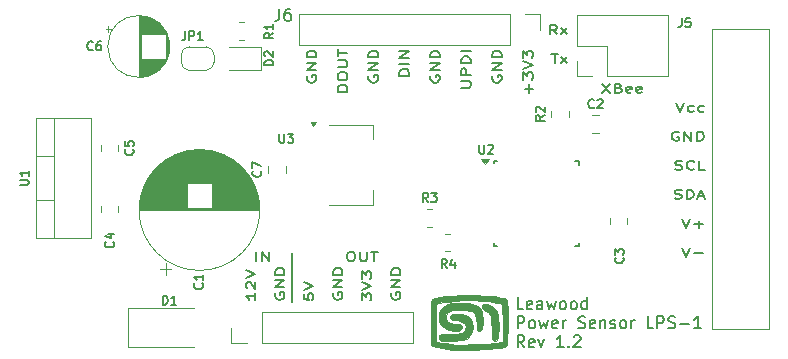
<source format=gbr>
%TF.GenerationSoftware,KiCad,Pcbnew,8.0.1*%
%TF.CreationDate,2024-05-12T19:19:51+02:00*%
%TF.ProjectId,lps-1,6c70732d-312e-46b6-9963-61645f706362,1.2*%
%TF.SameCoordinates,Original*%
%TF.FileFunction,Legend,Top*%
%TF.FilePolarity,Positive*%
%FSLAX46Y46*%
G04 Gerber Fmt 4.6, Leading zero omitted, Abs format (unit mm)*
G04 Created by KiCad (PCBNEW 8.0.1) date 2024-05-12 19:19:51*
%MOMM*%
%LPD*%
G01*
G04 APERTURE LIST*
%ADD10C,0.150000*%
%ADD11C,0.152400*%
%ADD12C,0.127000*%
%ADD13C,0.120000*%
%ADD14C,0.100000*%
G04 APERTURE END LIST*
D10*
X86900000Y-76200000D02*
X86900000Y-80300000D01*
D11*
X119483927Y-63469050D02*
X119822594Y-64231050D01*
X119822594Y-64231050D02*
X120161261Y-63469050D01*
X120935356Y-64194765D02*
X120838594Y-64231050D01*
X120838594Y-64231050D02*
X120645070Y-64231050D01*
X120645070Y-64231050D02*
X120548308Y-64194765D01*
X120548308Y-64194765D02*
X120499927Y-64158479D01*
X120499927Y-64158479D02*
X120451546Y-64085907D01*
X120451546Y-64085907D02*
X120451546Y-63868193D01*
X120451546Y-63868193D02*
X120499927Y-63795622D01*
X120499927Y-63795622D02*
X120548308Y-63759336D01*
X120548308Y-63759336D02*
X120645070Y-63723050D01*
X120645070Y-63723050D02*
X120838594Y-63723050D01*
X120838594Y-63723050D02*
X120935356Y-63759336D01*
X121806213Y-64194765D02*
X121709451Y-64231050D01*
X121709451Y-64231050D02*
X121515927Y-64231050D01*
X121515927Y-64231050D02*
X121419165Y-64194765D01*
X121419165Y-64194765D02*
X121370784Y-64158479D01*
X121370784Y-64158479D02*
X121322403Y-64085907D01*
X121322403Y-64085907D02*
X121322403Y-63868193D01*
X121322403Y-63868193D02*
X121370784Y-63795622D01*
X121370784Y-63795622D02*
X121419165Y-63759336D01*
X121419165Y-63759336D02*
X121515927Y-63723050D01*
X121515927Y-63723050D02*
X121709451Y-63723050D01*
X121709451Y-63723050D02*
X121806213Y-63759336D01*
X119677451Y-65958890D02*
X119580689Y-65922604D01*
X119580689Y-65922604D02*
X119435546Y-65922604D01*
X119435546Y-65922604D02*
X119290403Y-65958890D01*
X119290403Y-65958890D02*
X119193641Y-66031461D01*
X119193641Y-66031461D02*
X119145260Y-66104033D01*
X119145260Y-66104033D02*
X119096879Y-66249176D01*
X119096879Y-66249176D02*
X119096879Y-66358033D01*
X119096879Y-66358033D02*
X119145260Y-66503176D01*
X119145260Y-66503176D02*
X119193641Y-66575747D01*
X119193641Y-66575747D02*
X119290403Y-66648319D01*
X119290403Y-66648319D02*
X119435546Y-66684604D01*
X119435546Y-66684604D02*
X119532308Y-66684604D01*
X119532308Y-66684604D02*
X119677451Y-66648319D01*
X119677451Y-66648319D02*
X119725832Y-66612033D01*
X119725832Y-66612033D02*
X119725832Y-66358033D01*
X119725832Y-66358033D02*
X119532308Y-66358033D01*
X120161260Y-66684604D02*
X120161260Y-65922604D01*
X120161260Y-65922604D02*
X120741832Y-66684604D01*
X120741832Y-66684604D02*
X120741832Y-65922604D01*
X121225641Y-66684604D02*
X121225641Y-65922604D01*
X121225641Y-65922604D02*
X121467546Y-65922604D01*
X121467546Y-65922604D02*
X121612689Y-65958890D01*
X121612689Y-65958890D02*
X121709451Y-66031461D01*
X121709451Y-66031461D02*
X121757832Y-66104033D01*
X121757832Y-66104033D02*
X121806213Y-66249176D01*
X121806213Y-66249176D02*
X121806213Y-66358033D01*
X121806213Y-66358033D02*
X121757832Y-66503176D01*
X121757832Y-66503176D02*
X121709451Y-66575747D01*
X121709451Y-66575747D02*
X121612689Y-66648319D01*
X121612689Y-66648319D02*
X121467546Y-66684604D01*
X121467546Y-66684604D02*
X121225641Y-66684604D01*
X119387165Y-69101873D02*
X119532308Y-69138158D01*
X119532308Y-69138158D02*
X119774213Y-69138158D01*
X119774213Y-69138158D02*
X119870975Y-69101873D01*
X119870975Y-69101873D02*
X119919356Y-69065587D01*
X119919356Y-69065587D02*
X119967737Y-68993015D01*
X119967737Y-68993015D02*
X119967737Y-68920444D01*
X119967737Y-68920444D02*
X119919356Y-68847873D01*
X119919356Y-68847873D02*
X119870975Y-68811587D01*
X119870975Y-68811587D02*
X119774213Y-68775301D01*
X119774213Y-68775301D02*
X119580689Y-68739015D01*
X119580689Y-68739015D02*
X119483927Y-68702730D01*
X119483927Y-68702730D02*
X119435546Y-68666444D01*
X119435546Y-68666444D02*
X119387165Y-68593873D01*
X119387165Y-68593873D02*
X119387165Y-68521301D01*
X119387165Y-68521301D02*
X119435546Y-68448730D01*
X119435546Y-68448730D02*
X119483927Y-68412444D01*
X119483927Y-68412444D02*
X119580689Y-68376158D01*
X119580689Y-68376158D02*
X119822594Y-68376158D01*
X119822594Y-68376158D02*
X119967737Y-68412444D01*
X120983737Y-69065587D02*
X120935356Y-69101873D01*
X120935356Y-69101873D02*
X120790213Y-69138158D01*
X120790213Y-69138158D02*
X120693451Y-69138158D01*
X120693451Y-69138158D02*
X120548308Y-69101873D01*
X120548308Y-69101873D02*
X120451546Y-69029301D01*
X120451546Y-69029301D02*
X120403165Y-68956730D01*
X120403165Y-68956730D02*
X120354784Y-68811587D01*
X120354784Y-68811587D02*
X120354784Y-68702730D01*
X120354784Y-68702730D02*
X120403165Y-68557587D01*
X120403165Y-68557587D02*
X120451546Y-68485015D01*
X120451546Y-68485015D02*
X120548308Y-68412444D01*
X120548308Y-68412444D02*
X120693451Y-68376158D01*
X120693451Y-68376158D02*
X120790213Y-68376158D01*
X120790213Y-68376158D02*
X120935356Y-68412444D01*
X120935356Y-68412444D02*
X120983737Y-68448730D01*
X121902975Y-69138158D02*
X121419165Y-69138158D01*
X121419165Y-69138158D02*
X121419165Y-68376158D01*
X119338784Y-71555427D02*
X119483927Y-71591712D01*
X119483927Y-71591712D02*
X119725832Y-71591712D01*
X119725832Y-71591712D02*
X119822594Y-71555427D01*
X119822594Y-71555427D02*
X119870975Y-71519141D01*
X119870975Y-71519141D02*
X119919356Y-71446569D01*
X119919356Y-71446569D02*
X119919356Y-71373998D01*
X119919356Y-71373998D02*
X119870975Y-71301427D01*
X119870975Y-71301427D02*
X119822594Y-71265141D01*
X119822594Y-71265141D02*
X119725832Y-71228855D01*
X119725832Y-71228855D02*
X119532308Y-71192569D01*
X119532308Y-71192569D02*
X119435546Y-71156284D01*
X119435546Y-71156284D02*
X119387165Y-71119998D01*
X119387165Y-71119998D02*
X119338784Y-71047427D01*
X119338784Y-71047427D02*
X119338784Y-70974855D01*
X119338784Y-70974855D02*
X119387165Y-70902284D01*
X119387165Y-70902284D02*
X119435546Y-70865998D01*
X119435546Y-70865998D02*
X119532308Y-70829712D01*
X119532308Y-70829712D02*
X119774213Y-70829712D01*
X119774213Y-70829712D02*
X119919356Y-70865998D01*
X120354784Y-71591712D02*
X120354784Y-70829712D01*
X120354784Y-70829712D02*
X120596689Y-70829712D01*
X120596689Y-70829712D02*
X120741832Y-70865998D01*
X120741832Y-70865998D02*
X120838594Y-70938569D01*
X120838594Y-70938569D02*
X120886975Y-71011141D01*
X120886975Y-71011141D02*
X120935356Y-71156284D01*
X120935356Y-71156284D02*
X120935356Y-71265141D01*
X120935356Y-71265141D02*
X120886975Y-71410284D01*
X120886975Y-71410284D02*
X120838594Y-71482855D01*
X120838594Y-71482855D02*
X120741832Y-71555427D01*
X120741832Y-71555427D02*
X120596689Y-71591712D01*
X120596689Y-71591712D02*
X120354784Y-71591712D01*
X121322403Y-71373998D02*
X121806213Y-71373998D01*
X121225641Y-71591712D02*
X121564308Y-70829712D01*
X121564308Y-70829712D02*
X121902975Y-71591712D01*
X119967736Y-73283266D02*
X120306403Y-74045266D01*
X120306403Y-74045266D02*
X120645070Y-73283266D01*
X120983736Y-73754981D02*
X121757832Y-73754981D01*
X121370784Y-74045266D02*
X121370784Y-73464695D01*
X119967736Y-75736820D02*
X120306403Y-76498820D01*
X120306403Y-76498820D02*
X120645070Y-75736820D01*
X120983736Y-76208535D02*
X121757832Y-76208535D01*
D10*
X106512969Y-80949931D02*
X106036779Y-80949931D01*
X106036779Y-80949931D02*
X106036779Y-79949931D01*
X107227255Y-80902312D02*
X107132017Y-80949931D01*
X107132017Y-80949931D02*
X106941541Y-80949931D01*
X106941541Y-80949931D02*
X106846303Y-80902312D01*
X106846303Y-80902312D02*
X106798684Y-80807073D01*
X106798684Y-80807073D02*
X106798684Y-80426121D01*
X106798684Y-80426121D02*
X106846303Y-80330883D01*
X106846303Y-80330883D02*
X106941541Y-80283264D01*
X106941541Y-80283264D02*
X107132017Y-80283264D01*
X107132017Y-80283264D02*
X107227255Y-80330883D01*
X107227255Y-80330883D02*
X107274874Y-80426121D01*
X107274874Y-80426121D02*
X107274874Y-80521359D01*
X107274874Y-80521359D02*
X106798684Y-80616597D01*
X108132017Y-80949931D02*
X108132017Y-80426121D01*
X108132017Y-80426121D02*
X108084398Y-80330883D01*
X108084398Y-80330883D02*
X107989160Y-80283264D01*
X107989160Y-80283264D02*
X107798684Y-80283264D01*
X107798684Y-80283264D02*
X107703446Y-80330883D01*
X108132017Y-80902312D02*
X108036779Y-80949931D01*
X108036779Y-80949931D02*
X107798684Y-80949931D01*
X107798684Y-80949931D02*
X107703446Y-80902312D01*
X107703446Y-80902312D02*
X107655827Y-80807073D01*
X107655827Y-80807073D02*
X107655827Y-80711835D01*
X107655827Y-80711835D02*
X107703446Y-80616597D01*
X107703446Y-80616597D02*
X107798684Y-80568978D01*
X107798684Y-80568978D02*
X108036779Y-80568978D01*
X108036779Y-80568978D02*
X108132017Y-80521359D01*
X108512970Y-80283264D02*
X108703446Y-80949931D01*
X108703446Y-80949931D02*
X108893922Y-80473740D01*
X108893922Y-80473740D02*
X109084398Y-80949931D01*
X109084398Y-80949931D02*
X109274874Y-80283264D01*
X109798684Y-80949931D02*
X109703446Y-80902312D01*
X109703446Y-80902312D02*
X109655827Y-80854692D01*
X109655827Y-80854692D02*
X109608208Y-80759454D01*
X109608208Y-80759454D02*
X109608208Y-80473740D01*
X109608208Y-80473740D02*
X109655827Y-80378502D01*
X109655827Y-80378502D02*
X109703446Y-80330883D01*
X109703446Y-80330883D02*
X109798684Y-80283264D01*
X109798684Y-80283264D02*
X109941541Y-80283264D01*
X109941541Y-80283264D02*
X110036779Y-80330883D01*
X110036779Y-80330883D02*
X110084398Y-80378502D01*
X110084398Y-80378502D02*
X110132017Y-80473740D01*
X110132017Y-80473740D02*
X110132017Y-80759454D01*
X110132017Y-80759454D02*
X110084398Y-80854692D01*
X110084398Y-80854692D02*
X110036779Y-80902312D01*
X110036779Y-80902312D02*
X109941541Y-80949931D01*
X109941541Y-80949931D02*
X109798684Y-80949931D01*
X110703446Y-80949931D02*
X110608208Y-80902312D01*
X110608208Y-80902312D02*
X110560589Y-80854692D01*
X110560589Y-80854692D02*
X110512970Y-80759454D01*
X110512970Y-80759454D02*
X110512970Y-80473740D01*
X110512970Y-80473740D02*
X110560589Y-80378502D01*
X110560589Y-80378502D02*
X110608208Y-80330883D01*
X110608208Y-80330883D02*
X110703446Y-80283264D01*
X110703446Y-80283264D02*
X110846303Y-80283264D01*
X110846303Y-80283264D02*
X110941541Y-80330883D01*
X110941541Y-80330883D02*
X110989160Y-80378502D01*
X110989160Y-80378502D02*
X111036779Y-80473740D01*
X111036779Y-80473740D02*
X111036779Y-80759454D01*
X111036779Y-80759454D02*
X110989160Y-80854692D01*
X110989160Y-80854692D02*
X110941541Y-80902312D01*
X110941541Y-80902312D02*
X110846303Y-80949931D01*
X110846303Y-80949931D02*
X110703446Y-80949931D01*
X111893922Y-80949931D02*
X111893922Y-79949931D01*
X111893922Y-80902312D02*
X111798684Y-80949931D01*
X111798684Y-80949931D02*
X111608208Y-80949931D01*
X111608208Y-80949931D02*
X111512970Y-80902312D01*
X111512970Y-80902312D02*
X111465351Y-80854692D01*
X111465351Y-80854692D02*
X111417732Y-80759454D01*
X111417732Y-80759454D02*
X111417732Y-80473740D01*
X111417732Y-80473740D02*
X111465351Y-80378502D01*
X111465351Y-80378502D02*
X111512970Y-80330883D01*
X111512970Y-80330883D02*
X111608208Y-80283264D01*
X111608208Y-80283264D02*
X111798684Y-80283264D01*
X111798684Y-80283264D02*
X111893922Y-80330883D01*
X106036779Y-82559875D02*
X106036779Y-81559875D01*
X106036779Y-81559875D02*
X106417731Y-81559875D01*
X106417731Y-81559875D02*
X106512969Y-81607494D01*
X106512969Y-81607494D02*
X106560588Y-81655113D01*
X106560588Y-81655113D02*
X106608207Y-81750351D01*
X106608207Y-81750351D02*
X106608207Y-81893208D01*
X106608207Y-81893208D02*
X106560588Y-81988446D01*
X106560588Y-81988446D02*
X106512969Y-82036065D01*
X106512969Y-82036065D02*
X106417731Y-82083684D01*
X106417731Y-82083684D02*
X106036779Y-82083684D01*
X107179636Y-82559875D02*
X107084398Y-82512256D01*
X107084398Y-82512256D02*
X107036779Y-82464636D01*
X107036779Y-82464636D02*
X106989160Y-82369398D01*
X106989160Y-82369398D02*
X106989160Y-82083684D01*
X106989160Y-82083684D02*
X107036779Y-81988446D01*
X107036779Y-81988446D02*
X107084398Y-81940827D01*
X107084398Y-81940827D02*
X107179636Y-81893208D01*
X107179636Y-81893208D02*
X107322493Y-81893208D01*
X107322493Y-81893208D02*
X107417731Y-81940827D01*
X107417731Y-81940827D02*
X107465350Y-81988446D01*
X107465350Y-81988446D02*
X107512969Y-82083684D01*
X107512969Y-82083684D02*
X107512969Y-82369398D01*
X107512969Y-82369398D02*
X107465350Y-82464636D01*
X107465350Y-82464636D02*
X107417731Y-82512256D01*
X107417731Y-82512256D02*
X107322493Y-82559875D01*
X107322493Y-82559875D02*
X107179636Y-82559875D01*
X107846303Y-81893208D02*
X108036779Y-82559875D01*
X108036779Y-82559875D02*
X108227255Y-82083684D01*
X108227255Y-82083684D02*
X108417731Y-82559875D01*
X108417731Y-82559875D02*
X108608207Y-81893208D01*
X109370112Y-82512256D02*
X109274874Y-82559875D01*
X109274874Y-82559875D02*
X109084398Y-82559875D01*
X109084398Y-82559875D02*
X108989160Y-82512256D01*
X108989160Y-82512256D02*
X108941541Y-82417017D01*
X108941541Y-82417017D02*
X108941541Y-82036065D01*
X108941541Y-82036065D02*
X108989160Y-81940827D01*
X108989160Y-81940827D02*
X109084398Y-81893208D01*
X109084398Y-81893208D02*
X109274874Y-81893208D01*
X109274874Y-81893208D02*
X109370112Y-81940827D01*
X109370112Y-81940827D02*
X109417731Y-82036065D01*
X109417731Y-82036065D02*
X109417731Y-82131303D01*
X109417731Y-82131303D02*
X108941541Y-82226541D01*
X109846303Y-82559875D02*
X109846303Y-81893208D01*
X109846303Y-82083684D02*
X109893922Y-81988446D01*
X109893922Y-81988446D02*
X109941541Y-81940827D01*
X109941541Y-81940827D02*
X110036779Y-81893208D01*
X110036779Y-81893208D02*
X110132017Y-81893208D01*
X111179637Y-82512256D02*
X111322494Y-82559875D01*
X111322494Y-82559875D02*
X111560589Y-82559875D01*
X111560589Y-82559875D02*
X111655827Y-82512256D01*
X111655827Y-82512256D02*
X111703446Y-82464636D01*
X111703446Y-82464636D02*
X111751065Y-82369398D01*
X111751065Y-82369398D02*
X111751065Y-82274160D01*
X111751065Y-82274160D02*
X111703446Y-82178922D01*
X111703446Y-82178922D02*
X111655827Y-82131303D01*
X111655827Y-82131303D02*
X111560589Y-82083684D01*
X111560589Y-82083684D02*
X111370113Y-82036065D01*
X111370113Y-82036065D02*
X111274875Y-81988446D01*
X111274875Y-81988446D02*
X111227256Y-81940827D01*
X111227256Y-81940827D02*
X111179637Y-81845589D01*
X111179637Y-81845589D02*
X111179637Y-81750351D01*
X111179637Y-81750351D02*
X111227256Y-81655113D01*
X111227256Y-81655113D02*
X111274875Y-81607494D01*
X111274875Y-81607494D02*
X111370113Y-81559875D01*
X111370113Y-81559875D02*
X111608208Y-81559875D01*
X111608208Y-81559875D02*
X111751065Y-81607494D01*
X112560589Y-82512256D02*
X112465351Y-82559875D01*
X112465351Y-82559875D02*
X112274875Y-82559875D01*
X112274875Y-82559875D02*
X112179637Y-82512256D01*
X112179637Y-82512256D02*
X112132018Y-82417017D01*
X112132018Y-82417017D02*
X112132018Y-82036065D01*
X112132018Y-82036065D02*
X112179637Y-81940827D01*
X112179637Y-81940827D02*
X112274875Y-81893208D01*
X112274875Y-81893208D02*
X112465351Y-81893208D01*
X112465351Y-81893208D02*
X112560589Y-81940827D01*
X112560589Y-81940827D02*
X112608208Y-82036065D01*
X112608208Y-82036065D02*
X112608208Y-82131303D01*
X112608208Y-82131303D02*
X112132018Y-82226541D01*
X113036780Y-81893208D02*
X113036780Y-82559875D01*
X113036780Y-81988446D02*
X113084399Y-81940827D01*
X113084399Y-81940827D02*
X113179637Y-81893208D01*
X113179637Y-81893208D02*
X113322494Y-81893208D01*
X113322494Y-81893208D02*
X113417732Y-81940827D01*
X113417732Y-81940827D02*
X113465351Y-82036065D01*
X113465351Y-82036065D02*
X113465351Y-82559875D01*
X113893923Y-82512256D02*
X113989161Y-82559875D01*
X113989161Y-82559875D02*
X114179637Y-82559875D01*
X114179637Y-82559875D02*
X114274875Y-82512256D01*
X114274875Y-82512256D02*
X114322494Y-82417017D01*
X114322494Y-82417017D02*
X114322494Y-82369398D01*
X114322494Y-82369398D02*
X114274875Y-82274160D01*
X114274875Y-82274160D02*
X114179637Y-82226541D01*
X114179637Y-82226541D02*
X114036780Y-82226541D01*
X114036780Y-82226541D02*
X113941542Y-82178922D01*
X113941542Y-82178922D02*
X113893923Y-82083684D01*
X113893923Y-82083684D02*
X113893923Y-82036065D01*
X113893923Y-82036065D02*
X113941542Y-81940827D01*
X113941542Y-81940827D02*
X114036780Y-81893208D01*
X114036780Y-81893208D02*
X114179637Y-81893208D01*
X114179637Y-81893208D02*
X114274875Y-81940827D01*
X114893923Y-82559875D02*
X114798685Y-82512256D01*
X114798685Y-82512256D02*
X114751066Y-82464636D01*
X114751066Y-82464636D02*
X114703447Y-82369398D01*
X114703447Y-82369398D02*
X114703447Y-82083684D01*
X114703447Y-82083684D02*
X114751066Y-81988446D01*
X114751066Y-81988446D02*
X114798685Y-81940827D01*
X114798685Y-81940827D02*
X114893923Y-81893208D01*
X114893923Y-81893208D02*
X115036780Y-81893208D01*
X115036780Y-81893208D02*
X115132018Y-81940827D01*
X115132018Y-81940827D02*
X115179637Y-81988446D01*
X115179637Y-81988446D02*
X115227256Y-82083684D01*
X115227256Y-82083684D02*
X115227256Y-82369398D01*
X115227256Y-82369398D02*
X115179637Y-82464636D01*
X115179637Y-82464636D02*
X115132018Y-82512256D01*
X115132018Y-82512256D02*
X115036780Y-82559875D01*
X115036780Y-82559875D02*
X114893923Y-82559875D01*
X115655828Y-82559875D02*
X115655828Y-81893208D01*
X115655828Y-82083684D02*
X115703447Y-81988446D01*
X115703447Y-81988446D02*
X115751066Y-81940827D01*
X115751066Y-81940827D02*
X115846304Y-81893208D01*
X115846304Y-81893208D02*
X115941542Y-81893208D01*
X117512971Y-82559875D02*
X117036781Y-82559875D01*
X117036781Y-82559875D02*
X117036781Y-81559875D01*
X117846305Y-82559875D02*
X117846305Y-81559875D01*
X117846305Y-81559875D02*
X118227257Y-81559875D01*
X118227257Y-81559875D02*
X118322495Y-81607494D01*
X118322495Y-81607494D02*
X118370114Y-81655113D01*
X118370114Y-81655113D02*
X118417733Y-81750351D01*
X118417733Y-81750351D02*
X118417733Y-81893208D01*
X118417733Y-81893208D02*
X118370114Y-81988446D01*
X118370114Y-81988446D02*
X118322495Y-82036065D01*
X118322495Y-82036065D02*
X118227257Y-82083684D01*
X118227257Y-82083684D02*
X117846305Y-82083684D01*
X118798686Y-82512256D02*
X118941543Y-82559875D01*
X118941543Y-82559875D02*
X119179638Y-82559875D01*
X119179638Y-82559875D02*
X119274876Y-82512256D01*
X119274876Y-82512256D02*
X119322495Y-82464636D01*
X119322495Y-82464636D02*
X119370114Y-82369398D01*
X119370114Y-82369398D02*
X119370114Y-82274160D01*
X119370114Y-82274160D02*
X119322495Y-82178922D01*
X119322495Y-82178922D02*
X119274876Y-82131303D01*
X119274876Y-82131303D02*
X119179638Y-82083684D01*
X119179638Y-82083684D02*
X118989162Y-82036065D01*
X118989162Y-82036065D02*
X118893924Y-81988446D01*
X118893924Y-81988446D02*
X118846305Y-81940827D01*
X118846305Y-81940827D02*
X118798686Y-81845589D01*
X118798686Y-81845589D02*
X118798686Y-81750351D01*
X118798686Y-81750351D02*
X118846305Y-81655113D01*
X118846305Y-81655113D02*
X118893924Y-81607494D01*
X118893924Y-81607494D02*
X118989162Y-81559875D01*
X118989162Y-81559875D02*
X119227257Y-81559875D01*
X119227257Y-81559875D02*
X119370114Y-81607494D01*
X119798686Y-82178922D02*
X120560591Y-82178922D01*
X121560590Y-82559875D02*
X120989162Y-82559875D01*
X121274876Y-82559875D02*
X121274876Y-81559875D01*
X121274876Y-81559875D02*
X121179638Y-81702732D01*
X121179638Y-81702732D02*
X121084400Y-81797970D01*
X121084400Y-81797970D02*
X120989162Y-81845589D01*
X106608207Y-84169819D02*
X106274874Y-83693628D01*
X106036779Y-84169819D02*
X106036779Y-83169819D01*
X106036779Y-83169819D02*
X106417731Y-83169819D01*
X106417731Y-83169819D02*
X106512969Y-83217438D01*
X106512969Y-83217438D02*
X106560588Y-83265057D01*
X106560588Y-83265057D02*
X106608207Y-83360295D01*
X106608207Y-83360295D02*
X106608207Y-83503152D01*
X106608207Y-83503152D02*
X106560588Y-83598390D01*
X106560588Y-83598390D02*
X106512969Y-83646009D01*
X106512969Y-83646009D02*
X106417731Y-83693628D01*
X106417731Y-83693628D02*
X106036779Y-83693628D01*
X107417731Y-84122200D02*
X107322493Y-84169819D01*
X107322493Y-84169819D02*
X107132017Y-84169819D01*
X107132017Y-84169819D02*
X107036779Y-84122200D01*
X107036779Y-84122200D02*
X106989160Y-84026961D01*
X106989160Y-84026961D02*
X106989160Y-83646009D01*
X106989160Y-83646009D02*
X107036779Y-83550771D01*
X107036779Y-83550771D02*
X107132017Y-83503152D01*
X107132017Y-83503152D02*
X107322493Y-83503152D01*
X107322493Y-83503152D02*
X107417731Y-83550771D01*
X107417731Y-83550771D02*
X107465350Y-83646009D01*
X107465350Y-83646009D02*
X107465350Y-83741247D01*
X107465350Y-83741247D02*
X106989160Y-83836485D01*
X107798684Y-83503152D02*
X108036779Y-84169819D01*
X108036779Y-84169819D02*
X108274874Y-83503152D01*
X109941541Y-84169819D02*
X109370113Y-84169819D01*
X109655827Y-84169819D02*
X109655827Y-83169819D01*
X109655827Y-83169819D02*
X109560589Y-83312676D01*
X109560589Y-83312676D02*
X109465351Y-83407914D01*
X109465351Y-83407914D02*
X109370113Y-83455533D01*
X110370113Y-84074580D02*
X110417732Y-84122200D01*
X110417732Y-84122200D02*
X110370113Y-84169819D01*
X110370113Y-84169819D02*
X110322494Y-84122200D01*
X110322494Y-84122200D02*
X110370113Y-84074580D01*
X110370113Y-84074580D02*
X110370113Y-84169819D01*
X110798684Y-83265057D02*
X110846303Y-83217438D01*
X110846303Y-83217438D02*
X110941541Y-83169819D01*
X110941541Y-83169819D02*
X111179636Y-83169819D01*
X111179636Y-83169819D02*
X111274874Y-83217438D01*
X111274874Y-83217438D02*
X111322493Y-83265057D01*
X111322493Y-83265057D02*
X111370112Y-83360295D01*
X111370112Y-83360295D02*
X111370112Y-83455533D01*
X111370112Y-83455533D02*
X111322493Y-83598390D01*
X111322493Y-83598390D02*
X110751065Y-84169819D01*
X110751065Y-84169819D02*
X111370112Y-84169819D01*
D11*
X113194546Y-61861820D02*
X113871880Y-62623820D01*
X113871880Y-61861820D02*
X113194546Y-62623820D01*
X114597594Y-62224677D02*
X114742737Y-62260963D01*
X114742737Y-62260963D02*
X114791118Y-62297249D01*
X114791118Y-62297249D02*
X114839499Y-62369820D01*
X114839499Y-62369820D02*
X114839499Y-62478677D01*
X114839499Y-62478677D02*
X114791118Y-62551249D01*
X114791118Y-62551249D02*
X114742737Y-62587535D01*
X114742737Y-62587535D02*
X114645975Y-62623820D01*
X114645975Y-62623820D02*
X114258927Y-62623820D01*
X114258927Y-62623820D02*
X114258927Y-61861820D01*
X114258927Y-61861820D02*
X114597594Y-61861820D01*
X114597594Y-61861820D02*
X114694356Y-61898106D01*
X114694356Y-61898106D02*
X114742737Y-61934392D01*
X114742737Y-61934392D02*
X114791118Y-62006963D01*
X114791118Y-62006963D02*
X114791118Y-62079535D01*
X114791118Y-62079535D02*
X114742737Y-62152106D01*
X114742737Y-62152106D02*
X114694356Y-62188392D01*
X114694356Y-62188392D02*
X114597594Y-62224677D01*
X114597594Y-62224677D02*
X114258927Y-62224677D01*
X115661975Y-62587535D02*
X115565213Y-62623820D01*
X115565213Y-62623820D02*
X115371689Y-62623820D01*
X115371689Y-62623820D02*
X115274927Y-62587535D01*
X115274927Y-62587535D02*
X115226546Y-62514963D01*
X115226546Y-62514963D02*
X115226546Y-62224677D01*
X115226546Y-62224677D02*
X115274927Y-62152106D01*
X115274927Y-62152106D02*
X115371689Y-62115820D01*
X115371689Y-62115820D02*
X115565213Y-62115820D01*
X115565213Y-62115820D02*
X115661975Y-62152106D01*
X115661975Y-62152106D02*
X115710356Y-62224677D01*
X115710356Y-62224677D02*
X115710356Y-62297249D01*
X115710356Y-62297249D02*
X115226546Y-62369820D01*
X116532832Y-62587535D02*
X116436070Y-62623820D01*
X116436070Y-62623820D02*
X116242546Y-62623820D01*
X116242546Y-62623820D02*
X116145784Y-62587535D01*
X116145784Y-62587535D02*
X116097403Y-62514963D01*
X116097403Y-62514963D02*
X116097403Y-62224677D01*
X116097403Y-62224677D02*
X116145784Y-62152106D01*
X116145784Y-62152106D02*
X116242546Y-62115820D01*
X116242546Y-62115820D02*
X116436070Y-62115820D01*
X116436070Y-62115820D02*
X116532832Y-62152106D01*
X116532832Y-62152106D02*
X116581213Y-62224677D01*
X116581213Y-62224677D02*
X116581213Y-62297249D01*
X116581213Y-62297249D02*
X116097403Y-62369820D01*
X109358737Y-57670266D02*
X109020070Y-57307409D01*
X108778165Y-57670266D02*
X108778165Y-56908266D01*
X108778165Y-56908266D02*
X109165213Y-56908266D01*
X109165213Y-56908266D02*
X109261975Y-56944552D01*
X109261975Y-56944552D02*
X109310356Y-56980838D01*
X109310356Y-56980838D02*
X109358737Y-57053409D01*
X109358737Y-57053409D02*
X109358737Y-57162266D01*
X109358737Y-57162266D02*
X109310356Y-57234838D01*
X109310356Y-57234838D02*
X109261975Y-57271123D01*
X109261975Y-57271123D02*
X109165213Y-57307409D01*
X109165213Y-57307409D02*
X108778165Y-57307409D01*
X109697403Y-57670266D02*
X110229594Y-57162266D01*
X109697403Y-57162266D02*
X110229594Y-57670266D01*
X108874927Y-59361820D02*
X109455499Y-59361820D01*
X109165213Y-60123820D02*
X109165213Y-59361820D01*
X109697403Y-60123820D02*
X110229594Y-59615820D01*
X109697403Y-59615820D02*
X110229594Y-60123820D01*
X83831050Y-79575641D02*
X83831050Y-80156213D01*
X83831050Y-79865927D02*
X83069050Y-79865927D01*
X83069050Y-79865927D02*
X83177907Y-79962689D01*
X83177907Y-79962689D02*
X83250479Y-80059451D01*
X83250479Y-80059451D02*
X83286765Y-80156213D01*
X83141622Y-79188594D02*
X83105336Y-79140213D01*
X83105336Y-79140213D02*
X83069050Y-79043451D01*
X83069050Y-79043451D02*
X83069050Y-78801546D01*
X83069050Y-78801546D02*
X83105336Y-78704784D01*
X83105336Y-78704784D02*
X83141622Y-78656403D01*
X83141622Y-78656403D02*
X83214193Y-78608022D01*
X83214193Y-78608022D02*
X83286765Y-78608022D01*
X83286765Y-78608022D02*
X83395622Y-78656403D01*
X83395622Y-78656403D02*
X83831050Y-79236975D01*
X83831050Y-79236975D02*
X83831050Y-78608022D01*
X83069050Y-78317737D02*
X83831050Y-77979070D01*
X83831050Y-77979070D02*
X83069050Y-77640403D01*
X85558890Y-79575641D02*
X85522604Y-79672403D01*
X85522604Y-79672403D02*
X85522604Y-79817546D01*
X85522604Y-79817546D02*
X85558890Y-79962689D01*
X85558890Y-79962689D02*
X85631461Y-80059451D01*
X85631461Y-80059451D02*
X85704033Y-80107832D01*
X85704033Y-80107832D02*
X85849176Y-80156213D01*
X85849176Y-80156213D02*
X85958033Y-80156213D01*
X85958033Y-80156213D02*
X86103176Y-80107832D01*
X86103176Y-80107832D02*
X86175747Y-80059451D01*
X86175747Y-80059451D02*
X86248319Y-79962689D01*
X86248319Y-79962689D02*
X86284604Y-79817546D01*
X86284604Y-79817546D02*
X86284604Y-79720784D01*
X86284604Y-79720784D02*
X86248319Y-79575641D01*
X86248319Y-79575641D02*
X86212033Y-79527260D01*
X86212033Y-79527260D02*
X85958033Y-79527260D01*
X85958033Y-79527260D02*
X85958033Y-79720784D01*
X86284604Y-79091832D02*
X85522604Y-79091832D01*
X85522604Y-79091832D02*
X86284604Y-78511260D01*
X86284604Y-78511260D02*
X85522604Y-78511260D01*
X86284604Y-78027451D02*
X85522604Y-78027451D01*
X85522604Y-78027451D02*
X85522604Y-77785546D01*
X85522604Y-77785546D02*
X85558890Y-77640403D01*
X85558890Y-77640403D02*
X85631461Y-77543641D01*
X85631461Y-77543641D02*
X85704033Y-77495260D01*
X85704033Y-77495260D02*
X85849176Y-77446879D01*
X85849176Y-77446879D02*
X85958033Y-77446879D01*
X85958033Y-77446879D02*
X86103176Y-77495260D01*
X86103176Y-77495260D02*
X86175747Y-77543641D01*
X86175747Y-77543641D02*
X86248319Y-77640403D01*
X86248319Y-77640403D02*
X86284604Y-77785546D01*
X86284604Y-77785546D02*
X86284604Y-78027451D01*
X87976158Y-79624022D02*
X87976158Y-80107832D01*
X87976158Y-80107832D02*
X88339015Y-80156213D01*
X88339015Y-80156213D02*
X88302730Y-80107832D01*
X88302730Y-80107832D02*
X88266444Y-80011070D01*
X88266444Y-80011070D02*
X88266444Y-79769165D01*
X88266444Y-79769165D02*
X88302730Y-79672403D01*
X88302730Y-79672403D02*
X88339015Y-79624022D01*
X88339015Y-79624022D02*
X88411587Y-79575641D01*
X88411587Y-79575641D02*
X88593015Y-79575641D01*
X88593015Y-79575641D02*
X88665587Y-79624022D01*
X88665587Y-79624022D02*
X88701873Y-79672403D01*
X88701873Y-79672403D02*
X88738158Y-79769165D01*
X88738158Y-79769165D02*
X88738158Y-80011070D01*
X88738158Y-80011070D02*
X88701873Y-80107832D01*
X88701873Y-80107832D02*
X88665587Y-80156213D01*
X87976158Y-79285356D02*
X88738158Y-78946689D01*
X88738158Y-78946689D02*
X87976158Y-78608022D01*
X90465998Y-79575641D02*
X90429712Y-79672403D01*
X90429712Y-79672403D02*
X90429712Y-79817546D01*
X90429712Y-79817546D02*
X90465998Y-79962689D01*
X90465998Y-79962689D02*
X90538569Y-80059451D01*
X90538569Y-80059451D02*
X90611141Y-80107832D01*
X90611141Y-80107832D02*
X90756284Y-80156213D01*
X90756284Y-80156213D02*
X90865141Y-80156213D01*
X90865141Y-80156213D02*
X91010284Y-80107832D01*
X91010284Y-80107832D02*
X91082855Y-80059451D01*
X91082855Y-80059451D02*
X91155427Y-79962689D01*
X91155427Y-79962689D02*
X91191712Y-79817546D01*
X91191712Y-79817546D02*
X91191712Y-79720784D01*
X91191712Y-79720784D02*
X91155427Y-79575641D01*
X91155427Y-79575641D02*
X91119141Y-79527260D01*
X91119141Y-79527260D02*
X90865141Y-79527260D01*
X90865141Y-79527260D02*
X90865141Y-79720784D01*
X91191712Y-79091832D02*
X90429712Y-79091832D01*
X90429712Y-79091832D02*
X91191712Y-78511260D01*
X91191712Y-78511260D02*
X90429712Y-78511260D01*
X91191712Y-78027451D02*
X90429712Y-78027451D01*
X90429712Y-78027451D02*
X90429712Y-77785546D01*
X90429712Y-77785546D02*
X90465998Y-77640403D01*
X90465998Y-77640403D02*
X90538569Y-77543641D01*
X90538569Y-77543641D02*
X90611141Y-77495260D01*
X90611141Y-77495260D02*
X90756284Y-77446879D01*
X90756284Y-77446879D02*
X90865141Y-77446879D01*
X90865141Y-77446879D02*
X91010284Y-77495260D01*
X91010284Y-77495260D02*
X91082855Y-77543641D01*
X91082855Y-77543641D02*
X91155427Y-77640403D01*
X91155427Y-77640403D02*
X91191712Y-77785546D01*
X91191712Y-77785546D02*
X91191712Y-78027451D01*
X92883266Y-80204594D02*
X92883266Y-79575641D01*
X92883266Y-79575641D02*
X93173552Y-79914308D01*
X93173552Y-79914308D02*
X93173552Y-79769165D01*
X93173552Y-79769165D02*
X93209838Y-79672403D01*
X93209838Y-79672403D02*
X93246123Y-79624022D01*
X93246123Y-79624022D02*
X93318695Y-79575641D01*
X93318695Y-79575641D02*
X93500123Y-79575641D01*
X93500123Y-79575641D02*
X93572695Y-79624022D01*
X93572695Y-79624022D02*
X93608981Y-79672403D01*
X93608981Y-79672403D02*
X93645266Y-79769165D01*
X93645266Y-79769165D02*
X93645266Y-80059451D01*
X93645266Y-80059451D02*
X93608981Y-80156213D01*
X93608981Y-80156213D02*
X93572695Y-80204594D01*
X92883266Y-79285356D02*
X93645266Y-78946689D01*
X93645266Y-78946689D02*
X92883266Y-78608022D01*
X92883266Y-78366118D02*
X92883266Y-77737165D01*
X92883266Y-77737165D02*
X93173552Y-78075832D01*
X93173552Y-78075832D02*
X93173552Y-77930689D01*
X93173552Y-77930689D02*
X93209838Y-77833927D01*
X93209838Y-77833927D02*
X93246123Y-77785546D01*
X93246123Y-77785546D02*
X93318695Y-77737165D01*
X93318695Y-77737165D02*
X93500123Y-77737165D01*
X93500123Y-77737165D02*
X93572695Y-77785546D01*
X93572695Y-77785546D02*
X93608981Y-77833927D01*
X93608981Y-77833927D02*
X93645266Y-77930689D01*
X93645266Y-77930689D02*
X93645266Y-78220975D01*
X93645266Y-78220975D02*
X93608981Y-78317737D01*
X93608981Y-78317737D02*
X93572695Y-78366118D01*
X95373106Y-79575641D02*
X95336820Y-79672403D01*
X95336820Y-79672403D02*
X95336820Y-79817546D01*
X95336820Y-79817546D02*
X95373106Y-79962689D01*
X95373106Y-79962689D02*
X95445677Y-80059451D01*
X95445677Y-80059451D02*
X95518249Y-80107832D01*
X95518249Y-80107832D02*
X95663392Y-80156213D01*
X95663392Y-80156213D02*
X95772249Y-80156213D01*
X95772249Y-80156213D02*
X95917392Y-80107832D01*
X95917392Y-80107832D02*
X95989963Y-80059451D01*
X95989963Y-80059451D02*
X96062535Y-79962689D01*
X96062535Y-79962689D02*
X96098820Y-79817546D01*
X96098820Y-79817546D02*
X96098820Y-79720784D01*
X96098820Y-79720784D02*
X96062535Y-79575641D01*
X96062535Y-79575641D02*
X96026249Y-79527260D01*
X96026249Y-79527260D02*
X95772249Y-79527260D01*
X95772249Y-79527260D02*
X95772249Y-79720784D01*
X96098820Y-79091832D02*
X95336820Y-79091832D01*
X95336820Y-79091832D02*
X96098820Y-78511260D01*
X96098820Y-78511260D02*
X95336820Y-78511260D01*
X96098820Y-78027451D02*
X95336820Y-78027451D01*
X95336820Y-78027451D02*
X95336820Y-77785546D01*
X95336820Y-77785546D02*
X95373106Y-77640403D01*
X95373106Y-77640403D02*
X95445677Y-77543641D01*
X95445677Y-77543641D02*
X95518249Y-77495260D01*
X95518249Y-77495260D02*
X95663392Y-77446879D01*
X95663392Y-77446879D02*
X95772249Y-77446879D01*
X95772249Y-77446879D02*
X95917392Y-77495260D01*
X95917392Y-77495260D02*
X95989963Y-77543641D01*
X95989963Y-77543641D02*
X96062535Y-77640403D01*
X96062535Y-77640403D02*
X96098820Y-77785546D01*
X96098820Y-77785546D02*
X96098820Y-78027451D01*
X83897833Y-76873820D02*
X83897833Y-76111820D01*
X84381643Y-76873820D02*
X84381643Y-76111820D01*
X84381643Y-76111820D02*
X84962215Y-76873820D01*
X84962215Y-76873820D02*
X84962215Y-76111820D01*
X91832308Y-76111820D02*
X92025832Y-76111820D01*
X92025832Y-76111820D02*
X92122594Y-76148106D01*
X92122594Y-76148106D02*
X92219356Y-76220677D01*
X92219356Y-76220677D02*
X92267737Y-76365820D01*
X92267737Y-76365820D02*
X92267737Y-76619820D01*
X92267737Y-76619820D02*
X92219356Y-76764963D01*
X92219356Y-76764963D02*
X92122594Y-76837535D01*
X92122594Y-76837535D02*
X92025832Y-76873820D01*
X92025832Y-76873820D02*
X91832308Y-76873820D01*
X91832308Y-76873820D02*
X91735546Y-76837535D01*
X91735546Y-76837535D02*
X91638784Y-76764963D01*
X91638784Y-76764963D02*
X91590403Y-76619820D01*
X91590403Y-76619820D02*
X91590403Y-76365820D01*
X91590403Y-76365820D02*
X91638784Y-76220677D01*
X91638784Y-76220677D02*
X91735546Y-76148106D01*
X91735546Y-76148106D02*
X91832308Y-76111820D01*
X92703165Y-76111820D02*
X92703165Y-76728677D01*
X92703165Y-76728677D02*
X92751546Y-76801249D01*
X92751546Y-76801249D02*
X92799927Y-76837535D01*
X92799927Y-76837535D02*
X92896689Y-76873820D01*
X92896689Y-76873820D02*
X93090213Y-76873820D01*
X93090213Y-76873820D02*
X93186975Y-76837535D01*
X93186975Y-76837535D02*
X93235356Y-76801249D01*
X93235356Y-76801249D02*
X93283737Y-76728677D01*
X93283737Y-76728677D02*
X93283737Y-76111820D01*
X93622403Y-76111820D02*
X94202975Y-76111820D01*
X93912689Y-76873820D02*
X93912689Y-76111820D01*
X88208640Y-61182548D02*
X88169935Y-61279310D01*
X88169935Y-61279310D02*
X88169935Y-61424453D01*
X88169935Y-61424453D02*
X88208640Y-61569596D01*
X88208640Y-61569596D02*
X88286050Y-61666358D01*
X88286050Y-61666358D02*
X88363459Y-61714739D01*
X88363459Y-61714739D02*
X88518278Y-61763120D01*
X88518278Y-61763120D02*
X88634392Y-61763120D01*
X88634392Y-61763120D02*
X88789211Y-61714739D01*
X88789211Y-61714739D02*
X88866621Y-61666358D01*
X88866621Y-61666358D02*
X88944031Y-61569596D01*
X88944031Y-61569596D02*
X88982735Y-61424453D01*
X88982735Y-61424453D02*
X88982735Y-61327691D01*
X88982735Y-61327691D02*
X88944031Y-61182548D01*
X88944031Y-61182548D02*
X88905326Y-61134167D01*
X88905326Y-61134167D02*
X88634392Y-61134167D01*
X88634392Y-61134167D02*
X88634392Y-61327691D01*
X88982735Y-60698739D02*
X88169935Y-60698739D01*
X88169935Y-60698739D02*
X88982735Y-60118167D01*
X88982735Y-60118167D02*
X88169935Y-60118167D01*
X88982735Y-59634358D02*
X88169935Y-59634358D01*
X88169935Y-59634358D02*
X88169935Y-59392453D01*
X88169935Y-59392453D02*
X88208640Y-59247310D01*
X88208640Y-59247310D02*
X88286050Y-59150548D01*
X88286050Y-59150548D02*
X88363459Y-59102167D01*
X88363459Y-59102167D02*
X88518278Y-59053786D01*
X88518278Y-59053786D02*
X88634392Y-59053786D01*
X88634392Y-59053786D02*
X88789211Y-59102167D01*
X88789211Y-59102167D02*
X88866621Y-59150548D01*
X88866621Y-59150548D02*
X88944031Y-59247310D01*
X88944031Y-59247310D02*
X88982735Y-59392453D01*
X88982735Y-59392453D02*
X88982735Y-59634358D01*
X91599859Y-62537215D02*
X90787059Y-62537215D01*
X90787059Y-62537215D02*
X90787059Y-62295310D01*
X90787059Y-62295310D02*
X90825764Y-62150167D01*
X90825764Y-62150167D02*
X90903174Y-62053405D01*
X90903174Y-62053405D02*
X90980583Y-62005024D01*
X90980583Y-62005024D02*
X91135402Y-61956643D01*
X91135402Y-61956643D02*
X91251516Y-61956643D01*
X91251516Y-61956643D02*
X91406335Y-62005024D01*
X91406335Y-62005024D02*
X91483745Y-62053405D01*
X91483745Y-62053405D02*
X91561155Y-62150167D01*
X91561155Y-62150167D02*
X91599859Y-62295310D01*
X91599859Y-62295310D02*
X91599859Y-62537215D01*
X90787059Y-61327691D02*
X90787059Y-61134167D01*
X90787059Y-61134167D02*
X90825764Y-61037405D01*
X90825764Y-61037405D02*
X90903174Y-60940643D01*
X90903174Y-60940643D02*
X91057993Y-60892262D01*
X91057993Y-60892262D02*
X91328926Y-60892262D01*
X91328926Y-60892262D02*
X91483745Y-60940643D01*
X91483745Y-60940643D02*
X91561155Y-61037405D01*
X91561155Y-61037405D02*
X91599859Y-61134167D01*
X91599859Y-61134167D02*
X91599859Y-61327691D01*
X91599859Y-61327691D02*
X91561155Y-61424453D01*
X91561155Y-61424453D02*
X91483745Y-61521215D01*
X91483745Y-61521215D02*
X91328926Y-61569596D01*
X91328926Y-61569596D02*
X91057993Y-61569596D01*
X91057993Y-61569596D02*
X90903174Y-61521215D01*
X90903174Y-61521215D02*
X90825764Y-61424453D01*
X90825764Y-61424453D02*
X90787059Y-61327691D01*
X90787059Y-60456834D02*
X91445040Y-60456834D01*
X91445040Y-60456834D02*
X91522450Y-60408453D01*
X91522450Y-60408453D02*
X91561155Y-60360072D01*
X91561155Y-60360072D02*
X91599859Y-60263310D01*
X91599859Y-60263310D02*
X91599859Y-60069786D01*
X91599859Y-60069786D02*
X91561155Y-59973024D01*
X91561155Y-59973024D02*
X91522450Y-59924643D01*
X91522450Y-59924643D02*
X91445040Y-59876262D01*
X91445040Y-59876262D02*
X90787059Y-59876262D01*
X90787059Y-59537596D02*
X90787059Y-58957024D01*
X91599859Y-59247310D02*
X90787059Y-59247310D01*
X93442888Y-61182548D02*
X93404183Y-61279310D01*
X93404183Y-61279310D02*
X93404183Y-61424453D01*
X93404183Y-61424453D02*
X93442888Y-61569596D01*
X93442888Y-61569596D02*
X93520298Y-61666358D01*
X93520298Y-61666358D02*
X93597707Y-61714739D01*
X93597707Y-61714739D02*
X93752526Y-61763120D01*
X93752526Y-61763120D02*
X93868640Y-61763120D01*
X93868640Y-61763120D02*
X94023459Y-61714739D01*
X94023459Y-61714739D02*
X94100869Y-61666358D01*
X94100869Y-61666358D02*
X94178279Y-61569596D01*
X94178279Y-61569596D02*
X94216983Y-61424453D01*
X94216983Y-61424453D02*
X94216983Y-61327691D01*
X94216983Y-61327691D02*
X94178279Y-61182548D01*
X94178279Y-61182548D02*
X94139574Y-61134167D01*
X94139574Y-61134167D02*
X93868640Y-61134167D01*
X93868640Y-61134167D02*
X93868640Y-61327691D01*
X94216983Y-60698739D02*
X93404183Y-60698739D01*
X93404183Y-60698739D02*
X94216983Y-60118167D01*
X94216983Y-60118167D02*
X93404183Y-60118167D01*
X94216983Y-59634358D02*
X93404183Y-59634358D01*
X93404183Y-59634358D02*
X93404183Y-59392453D01*
X93404183Y-59392453D02*
X93442888Y-59247310D01*
X93442888Y-59247310D02*
X93520298Y-59150548D01*
X93520298Y-59150548D02*
X93597707Y-59102167D01*
X93597707Y-59102167D02*
X93752526Y-59053786D01*
X93752526Y-59053786D02*
X93868640Y-59053786D01*
X93868640Y-59053786D02*
X94023459Y-59102167D01*
X94023459Y-59102167D02*
X94100869Y-59150548D01*
X94100869Y-59150548D02*
X94178279Y-59247310D01*
X94178279Y-59247310D02*
X94216983Y-59392453D01*
X94216983Y-59392453D02*
X94216983Y-59634358D01*
X96834107Y-61182549D02*
X96021307Y-61182549D01*
X96021307Y-61182549D02*
X96021307Y-60940644D01*
X96021307Y-60940644D02*
X96060012Y-60795501D01*
X96060012Y-60795501D02*
X96137422Y-60698739D01*
X96137422Y-60698739D02*
X96214831Y-60650358D01*
X96214831Y-60650358D02*
X96369650Y-60601977D01*
X96369650Y-60601977D02*
X96485764Y-60601977D01*
X96485764Y-60601977D02*
X96640583Y-60650358D01*
X96640583Y-60650358D02*
X96717993Y-60698739D01*
X96717993Y-60698739D02*
X96795403Y-60795501D01*
X96795403Y-60795501D02*
X96834107Y-60940644D01*
X96834107Y-60940644D02*
X96834107Y-61182549D01*
X96834107Y-60166549D02*
X96021307Y-60166549D01*
X96834107Y-59682739D02*
X96021307Y-59682739D01*
X96021307Y-59682739D02*
X96834107Y-59102167D01*
X96834107Y-59102167D02*
X96021307Y-59102167D01*
X98677136Y-61182548D02*
X98638431Y-61279310D01*
X98638431Y-61279310D02*
X98638431Y-61424453D01*
X98638431Y-61424453D02*
X98677136Y-61569596D01*
X98677136Y-61569596D02*
X98754546Y-61666358D01*
X98754546Y-61666358D02*
X98831955Y-61714739D01*
X98831955Y-61714739D02*
X98986774Y-61763120D01*
X98986774Y-61763120D02*
X99102888Y-61763120D01*
X99102888Y-61763120D02*
X99257707Y-61714739D01*
X99257707Y-61714739D02*
X99335117Y-61666358D01*
X99335117Y-61666358D02*
X99412527Y-61569596D01*
X99412527Y-61569596D02*
X99451231Y-61424453D01*
X99451231Y-61424453D02*
X99451231Y-61327691D01*
X99451231Y-61327691D02*
X99412527Y-61182548D01*
X99412527Y-61182548D02*
X99373822Y-61134167D01*
X99373822Y-61134167D02*
X99102888Y-61134167D01*
X99102888Y-61134167D02*
X99102888Y-61327691D01*
X99451231Y-60698739D02*
X98638431Y-60698739D01*
X98638431Y-60698739D02*
X99451231Y-60118167D01*
X99451231Y-60118167D02*
X98638431Y-60118167D01*
X99451231Y-59634358D02*
X98638431Y-59634358D01*
X98638431Y-59634358D02*
X98638431Y-59392453D01*
X98638431Y-59392453D02*
X98677136Y-59247310D01*
X98677136Y-59247310D02*
X98754546Y-59150548D01*
X98754546Y-59150548D02*
X98831955Y-59102167D01*
X98831955Y-59102167D02*
X98986774Y-59053786D01*
X98986774Y-59053786D02*
X99102888Y-59053786D01*
X99102888Y-59053786D02*
X99257707Y-59102167D01*
X99257707Y-59102167D02*
X99335117Y-59150548D01*
X99335117Y-59150548D02*
X99412527Y-59247310D01*
X99412527Y-59247310D02*
X99451231Y-59392453D01*
X99451231Y-59392453D02*
X99451231Y-59634358D01*
X101255555Y-62198549D02*
X101913536Y-62198549D01*
X101913536Y-62198549D02*
X101990946Y-62150168D01*
X101990946Y-62150168D02*
X102029651Y-62101787D01*
X102029651Y-62101787D02*
X102068355Y-62005025D01*
X102068355Y-62005025D02*
X102068355Y-61811501D01*
X102068355Y-61811501D02*
X102029651Y-61714739D01*
X102029651Y-61714739D02*
X101990946Y-61666358D01*
X101990946Y-61666358D02*
X101913536Y-61617977D01*
X101913536Y-61617977D02*
X101255555Y-61617977D01*
X102068355Y-61134168D02*
X101255555Y-61134168D01*
X101255555Y-61134168D02*
X101255555Y-60747120D01*
X101255555Y-60747120D02*
X101294260Y-60650358D01*
X101294260Y-60650358D02*
X101332965Y-60601977D01*
X101332965Y-60601977D02*
X101410374Y-60553596D01*
X101410374Y-60553596D02*
X101526489Y-60553596D01*
X101526489Y-60553596D02*
X101603898Y-60601977D01*
X101603898Y-60601977D02*
X101642603Y-60650358D01*
X101642603Y-60650358D02*
X101681308Y-60747120D01*
X101681308Y-60747120D02*
X101681308Y-61134168D01*
X102068355Y-60118168D02*
X101255555Y-60118168D01*
X101255555Y-60118168D02*
X101255555Y-59876263D01*
X101255555Y-59876263D02*
X101294260Y-59731120D01*
X101294260Y-59731120D02*
X101371670Y-59634358D01*
X101371670Y-59634358D02*
X101449079Y-59585977D01*
X101449079Y-59585977D02*
X101603898Y-59537596D01*
X101603898Y-59537596D02*
X101720012Y-59537596D01*
X101720012Y-59537596D02*
X101874831Y-59585977D01*
X101874831Y-59585977D02*
X101952241Y-59634358D01*
X101952241Y-59634358D02*
X102029651Y-59731120D01*
X102029651Y-59731120D02*
X102068355Y-59876263D01*
X102068355Y-59876263D02*
X102068355Y-60118168D01*
X102068355Y-59102168D02*
X101255555Y-59102168D01*
X103911384Y-61182548D02*
X103872679Y-61279310D01*
X103872679Y-61279310D02*
X103872679Y-61424453D01*
X103872679Y-61424453D02*
X103911384Y-61569596D01*
X103911384Y-61569596D02*
X103988794Y-61666358D01*
X103988794Y-61666358D02*
X104066203Y-61714739D01*
X104066203Y-61714739D02*
X104221022Y-61763120D01*
X104221022Y-61763120D02*
X104337136Y-61763120D01*
X104337136Y-61763120D02*
X104491955Y-61714739D01*
X104491955Y-61714739D02*
X104569365Y-61666358D01*
X104569365Y-61666358D02*
X104646775Y-61569596D01*
X104646775Y-61569596D02*
X104685479Y-61424453D01*
X104685479Y-61424453D02*
X104685479Y-61327691D01*
X104685479Y-61327691D02*
X104646775Y-61182548D01*
X104646775Y-61182548D02*
X104608070Y-61134167D01*
X104608070Y-61134167D02*
X104337136Y-61134167D01*
X104337136Y-61134167D02*
X104337136Y-61327691D01*
X104685479Y-60698739D02*
X103872679Y-60698739D01*
X103872679Y-60698739D02*
X104685479Y-60118167D01*
X104685479Y-60118167D02*
X103872679Y-60118167D01*
X104685479Y-59634358D02*
X103872679Y-59634358D01*
X103872679Y-59634358D02*
X103872679Y-59392453D01*
X103872679Y-59392453D02*
X103911384Y-59247310D01*
X103911384Y-59247310D02*
X103988794Y-59150548D01*
X103988794Y-59150548D02*
X104066203Y-59102167D01*
X104066203Y-59102167D02*
X104221022Y-59053786D01*
X104221022Y-59053786D02*
X104337136Y-59053786D01*
X104337136Y-59053786D02*
X104491955Y-59102167D01*
X104491955Y-59102167D02*
X104569365Y-59150548D01*
X104569365Y-59150548D02*
X104646775Y-59247310D01*
X104646775Y-59247310D02*
X104685479Y-59392453D01*
X104685479Y-59392453D02*
X104685479Y-59634358D01*
X106992965Y-62682358D02*
X106992965Y-61908263D01*
X107302603Y-62295310D02*
X106683327Y-62295310D01*
X106489803Y-61521215D02*
X106489803Y-60892262D01*
X106489803Y-60892262D02*
X106799441Y-61230929D01*
X106799441Y-61230929D02*
X106799441Y-61085786D01*
X106799441Y-61085786D02*
X106838146Y-60989024D01*
X106838146Y-60989024D02*
X106876851Y-60940643D01*
X106876851Y-60940643D02*
X106954260Y-60892262D01*
X106954260Y-60892262D02*
X107147784Y-60892262D01*
X107147784Y-60892262D02*
X107225194Y-60940643D01*
X107225194Y-60940643D02*
X107263899Y-60989024D01*
X107263899Y-60989024D02*
X107302603Y-61085786D01*
X107302603Y-61085786D02*
X107302603Y-61376072D01*
X107302603Y-61376072D02*
X107263899Y-61472834D01*
X107263899Y-61472834D02*
X107225194Y-61521215D01*
X106489803Y-60601977D02*
X107302603Y-60263310D01*
X107302603Y-60263310D02*
X106489803Y-59924643D01*
X106489803Y-59682739D02*
X106489803Y-59053786D01*
X106489803Y-59053786D02*
X106799441Y-59392453D01*
X106799441Y-59392453D02*
X106799441Y-59247310D01*
X106799441Y-59247310D02*
X106838146Y-59150548D01*
X106838146Y-59150548D02*
X106876851Y-59102167D01*
X106876851Y-59102167D02*
X106954260Y-59053786D01*
X106954260Y-59053786D02*
X107147784Y-59053786D01*
X107147784Y-59053786D02*
X107225194Y-59102167D01*
X107225194Y-59102167D02*
X107263899Y-59150548D01*
X107263899Y-59150548D02*
X107302603Y-59247310D01*
X107302603Y-59247310D02*
X107302603Y-59537596D01*
X107302603Y-59537596D02*
X107263899Y-59634358D01*
X107263899Y-59634358D02*
X107225194Y-59682739D01*
D12*
X71793340Y-75246999D02*
X71829626Y-75283285D01*
X71829626Y-75283285D02*
X71865911Y-75392142D01*
X71865911Y-75392142D02*
X71865911Y-75464714D01*
X71865911Y-75464714D02*
X71829626Y-75573571D01*
X71829626Y-75573571D02*
X71757054Y-75646142D01*
X71757054Y-75646142D02*
X71684483Y-75682428D01*
X71684483Y-75682428D02*
X71539340Y-75718714D01*
X71539340Y-75718714D02*
X71430483Y-75718714D01*
X71430483Y-75718714D02*
X71285340Y-75682428D01*
X71285340Y-75682428D02*
X71212768Y-75646142D01*
X71212768Y-75646142D02*
X71140197Y-75573571D01*
X71140197Y-75573571D02*
X71103911Y-75464714D01*
X71103911Y-75464714D02*
X71103911Y-75392142D01*
X71103911Y-75392142D02*
X71140197Y-75283285D01*
X71140197Y-75283285D02*
X71176483Y-75246999D01*
X71357911Y-74593857D02*
X71865911Y-74593857D01*
X71067626Y-74775285D02*
X71611911Y-74956714D01*
X71611911Y-74956714D02*
X71611911Y-74484999D01*
X84268341Y-69251999D02*
X84304627Y-69288285D01*
X84304627Y-69288285D02*
X84340912Y-69397142D01*
X84340912Y-69397142D02*
X84340912Y-69469714D01*
X84340912Y-69469714D02*
X84304627Y-69578571D01*
X84304627Y-69578571D02*
X84232055Y-69651142D01*
X84232055Y-69651142D02*
X84159484Y-69687428D01*
X84159484Y-69687428D02*
X84014341Y-69723714D01*
X84014341Y-69723714D02*
X83905484Y-69723714D01*
X83905484Y-69723714D02*
X83760341Y-69687428D01*
X83760341Y-69687428D02*
X83687769Y-69651142D01*
X83687769Y-69651142D02*
X83615198Y-69578571D01*
X83615198Y-69578571D02*
X83578912Y-69469714D01*
X83578912Y-69469714D02*
X83578912Y-69397142D01*
X83578912Y-69397142D02*
X83615198Y-69288285D01*
X83615198Y-69288285D02*
X83651484Y-69251999D01*
X83578912Y-68997999D02*
X83578912Y-68489999D01*
X83578912Y-68489999D02*
X84340912Y-68816571D01*
X108320911Y-64544499D02*
X107958054Y-64798499D01*
X108320911Y-64979928D02*
X107558911Y-64979928D01*
X107558911Y-64979928D02*
X107558911Y-64689642D01*
X107558911Y-64689642D02*
X107595197Y-64617071D01*
X107595197Y-64617071D02*
X107631483Y-64580785D01*
X107631483Y-64580785D02*
X107704054Y-64544499D01*
X107704054Y-64544499D02*
X107812911Y-64544499D01*
X107812911Y-64544499D02*
X107885483Y-64580785D01*
X107885483Y-64580785D02*
X107921768Y-64617071D01*
X107921768Y-64617071D02*
X107958054Y-64689642D01*
X107958054Y-64689642D02*
X107958054Y-64979928D01*
X107631483Y-64254214D02*
X107595197Y-64217928D01*
X107595197Y-64217928D02*
X107558911Y-64145357D01*
X107558911Y-64145357D02*
X107558911Y-63963928D01*
X107558911Y-63963928D02*
X107595197Y-63891357D01*
X107595197Y-63891357D02*
X107631483Y-63855071D01*
X107631483Y-63855071D02*
X107704054Y-63818785D01*
X107704054Y-63818785D02*
X107776626Y-63818785D01*
X107776626Y-63818785D02*
X107885483Y-63855071D01*
X107885483Y-63855071D02*
X108320911Y-64290499D01*
X108320911Y-64290499D02*
X108320911Y-63818785D01*
X77876000Y-57396911D02*
X77876000Y-57941197D01*
X77876000Y-57941197D02*
X77839715Y-58050054D01*
X77839715Y-58050054D02*
X77767143Y-58122626D01*
X77767143Y-58122626D02*
X77658286Y-58158911D01*
X77658286Y-58158911D02*
X77585715Y-58158911D01*
X78238857Y-58158911D02*
X78238857Y-57396911D01*
X78238857Y-57396911D02*
X78529143Y-57396911D01*
X78529143Y-57396911D02*
X78601714Y-57433197D01*
X78601714Y-57433197D02*
X78638000Y-57469483D01*
X78638000Y-57469483D02*
X78674286Y-57542054D01*
X78674286Y-57542054D02*
X78674286Y-57650911D01*
X78674286Y-57650911D02*
X78638000Y-57723483D01*
X78638000Y-57723483D02*
X78601714Y-57759768D01*
X78601714Y-57759768D02*
X78529143Y-57796054D01*
X78529143Y-57796054D02*
X78238857Y-57796054D01*
X79400000Y-58158911D02*
X78964571Y-58158911D01*
X79182286Y-58158911D02*
X79182286Y-57396911D01*
X79182286Y-57396911D02*
X79109714Y-57505768D01*
X79109714Y-57505768D02*
X79037143Y-57578340D01*
X79037143Y-57578340D02*
X78964571Y-57614626D01*
X100048000Y-77470911D02*
X99794000Y-77108054D01*
X99612571Y-77470911D02*
X99612571Y-76708911D01*
X99612571Y-76708911D02*
X99902857Y-76708911D01*
X99902857Y-76708911D02*
X99975428Y-76745197D01*
X99975428Y-76745197D02*
X100011714Y-76781483D01*
X100011714Y-76781483D02*
X100048000Y-76854054D01*
X100048000Y-76854054D02*
X100048000Y-76962911D01*
X100048000Y-76962911D02*
X100011714Y-77035483D01*
X100011714Y-77035483D02*
X99975428Y-77071768D01*
X99975428Y-77071768D02*
X99902857Y-77108054D01*
X99902857Y-77108054D02*
X99612571Y-77108054D01*
X100701143Y-76962911D02*
X100701143Y-77470911D01*
X100519714Y-76672626D02*
X100338285Y-77216911D01*
X100338285Y-77216911D02*
X100810000Y-77216911D01*
X63863911Y-70420570D02*
X64480768Y-70420570D01*
X64480768Y-70420570D02*
X64553340Y-70384284D01*
X64553340Y-70384284D02*
X64589626Y-70347999D01*
X64589626Y-70347999D02*
X64625911Y-70275427D01*
X64625911Y-70275427D02*
X64625911Y-70130284D01*
X64625911Y-70130284D02*
X64589626Y-70057713D01*
X64589626Y-70057713D02*
X64553340Y-70021427D01*
X64553340Y-70021427D02*
X64480768Y-69985141D01*
X64480768Y-69985141D02*
X63863911Y-69985141D01*
X64625911Y-69223141D02*
X64625911Y-69658570D01*
X64625911Y-69440855D02*
X63863911Y-69440855D01*
X63863911Y-69440855D02*
X63972768Y-69513427D01*
X63972768Y-69513427D02*
X64045340Y-69585998D01*
X64045340Y-69585998D02*
X64081626Y-69658570D01*
X85844428Y-66108911D02*
X85844428Y-66725768D01*
X85844428Y-66725768D02*
X85880714Y-66798340D01*
X85880714Y-66798340D02*
X85917000Y-66834626D01*
X85917000Y-66834626D02*
X85989571Y-66870911D01*
X85989571Y-66870911D02*
X86134714Y-66870911D01*
X86134714Y-66870911D02*
X86207285Y-66834626D01*
X86207285Y-66834626D02*
X86243571Y-66798340D01*
X86243571Y-66798340D02*
X86279857Y-66725768D01*
X86279857Y-66725768D02*
X86279857Y-66108911D01*
X86570143Y-66108911D02*
X87041857Y-66108911D01*
X87041857Y-66108911D02*
X86787857Y-66399197D01*
X86787857Y-66399197D02*
X86896714Y-66399197D01*
X86896714Y-66399197D02*
X86969286Y-66435483D01*
X86969286Y-66435483D02*
X87005571Y-66471768D01*
X87005571Y-66471768D02*
X87041857Y-66544340D01*
X87041857Y-66544340D02*
X87041857Y-66725768D01*
X87041857Y-66725768D02*
X87005571Y-66798340D01*
X87005571Y-66798340D02*
X86969286Y-66834626D01*
X86969286Y-66834626D02*
X86896714Y-66870911D01*
X86896714Y-66870911D02*
X86679000Y-66870911D01*
X86679000Y-66870911D02*
X86606428Y-66834626D01*
X86606428Y-66834626D02*
X86570143Y-66798340D01*
X119921000Y-56308911D02*
X119921000Y-56853197D01*
X119921000Y-56853197D02*
X119884715Y-56962054D01*
X119884715Y-56962054D02*
X119812143Y-57034626D01*
X119812143Y-57034626D02*
X119703286Y-57070911D01*
X119703286Y-57070911D02*
X119630715Y-57070911D01*
X120646714Y-56308911D02*
X120283857Y-56308911D01*
X120283857Y-56308911D02*
X120247571Y-56671768D01*
X120247571Y-56671768D02*
X120283857Y-56635483D01*
X120283857Y-56635483D02*
X120356429Y-56599197D01*
X120356429Y-56599197D02*
X120537857Y-56599197D01*
X120537857Y-56599197D02*
X120610429Y-56635483D01*
X120610429Y-56635483D02*
X120646714Y-56671768D01*
X120646714Y-56671768D02*
X120683000Y-56744340D01*
X120683000Y-56744340D02*
X120683000Y-56925768D01*
X120683000Y-56925768D02*
X120646714Y-56998340D01*
X120646714Y-56998340D02*
X120610429Y-57034626D01*
X120610429Y-57034626D02*
X120537857Y-57070911D01*
X120537857Y-57070911D02*
X120356429Y-57070911D01*
X120356429Y-57070911D02*
X120283857Y-57034626D01*
X120283857Y-57034626D02*
X120247571Y-56998340D01*
X112498000Y-63848340D02*
X112461714Y-63884626D01*
X112461714Y-63884626D02*
X112352857Y-63920911D01*
X112352857Y-63920911D02*
X112280285Y-63920911D01*
X112280285Y-63920911D02*
X112171428Y-63884626D01*
X112171428Y-63884626D02*
X112098857Y-63812054D01*
X112098857Y-63812054D02*
X112062571Y-63739483D01*
X112062571Y-63739483D02*
X112026285Y-63594340D01*
X112026285Y-63594340D02*
X112026285Y-63485483D01*
X112026285Y-63485483D02*
X112062571Y-63340340D01*
X112062571Y-63340340D02*
X112098857Y-63267768D01*
X112098857Y-63267768D02*
X112171428Y-63195197D01*
X112171428Y-63195197D02*
X112280285Y-63158911D01*
X112280285Y-63158911D02*
X112352857Y-63158911D01*
X112352857Y-63158911D02*
X112461714Y-63195197D01*
X112461714Y-63195197D02*
X112498000Y-63231483D01*
X112788285Y-63231483D02*
X112824571Y-63195197D01*
X112824571Y-63195197D02*
X112897143Y-63158911D01*
X112897143Y-63158911D02*
X113078571Y-63158911D01*
X113078571Y-63158911D02*
X113151143Y-63195197D01*
X113151143Y-63195197D02*
X113187428Y-63231483D01*
X113187428Y-63231483D02*
X113223714Y-63304054D01*
X113223714Y-63304054D02*
X113223714Y-63376626D01*
X113223714Y-63376626D02*
X113187428Y-63485483D01*
X113187428Y-63485483D02*
X112752000Y-63920911D01*
X112752000Y-63920911D02*
X113223714Y-63920911D01*
X70078112Y-58973340D02*
X70041826Y-59009626D01*
X70041826Y-59009626D02*
X69932969Y-59045911D01*
X69932969Y-59045911D02*
X69860397Y-59045911D01*
X69860397Y-59045911D02*
X69751540Y-59009626D01*
X69751540Y-59009626D02*
X69678969Y-58937054D01*
X69678969Y-58937054D02*
X69642683Y-58864483D01*
X69642683Y-58864483D02*
X69606397Y-58719340D01*
X69606397Y-58719340D02*
X69606397Y-58610483D01*
X69606397Y-58610483D02*
X69642683Y-58465340D01*
X69642683Y-58465340D02*
X69678969Y-58392768D01*
X69678969Y-58392768D02*
X69751540Y-58320197D01*
X69751540Y-58320197D02*
X69860397Y-58283911D01*
X69860397Y-58283911D02*
X69932969Y-58283911D01*
X69932969Y-58283911D02*
X70041826Y-58320197D01*
X70041826Y-58320197D02*
X70078112Y-58356483D01*
X70731255Y-58283911D02*
X70586112Y-58283911D01*
X70586112Y-58283911D02*
X70513540Y-58320197D01*
X70513540Y-58320197D02*
X70477255Y-58356483D01*
X70477255Y-58356483D02*
X70404683Y-58465340D01*
X70404683Y-58465340D02*
X70368397Y-58610483D01*
X70368397Y-58610483D02*
X70368397Y-58900768D01*
X70368397Y-58900768D02*
X70404683Y-58973340D01*
X70404683Y-58973340D02*
X70440969Y-59009626D01*
X70440969Y-59009626D02*
X70513540Y-59045911D01*
X70513540Y-59045911D02*
X70658683Y-59045911D01*
X70658683Y-59045911D02*
X70731255Y-59009626D01*
X70731255Y-59009626D02*
X70767540Y-58973340D01*
X70767540Y-58973340D02*
X70803826Y-58900768D01*
X70803826Y-58900768D02*
X70803826Y-58719340D01*
X70803826Y-58719340D02*
X70767540Y-58646768D01*
X70767540Y-58646768D02*
X70731255Y-58610483D01*
X70731255Y-58610483D02*
X70658683Y-58574197D01*
X70658683Y-58574197D02*
X70513540Y-58574197D01*
X70513540Y-58574197D02*
X70440969Y-58610483D01*
X70440969Y-58610483D02*
X70404683Y-58646768D01*
X70404683Y-58646768D02*
X70368397Y-58719340D01*
D10*
X85856666Y-55524819D02*
X85856666Y-56239104D01*
X85856666Y-56239104D02*
X85809047Y-56381961D01*
X85809047Y-56381961D02*
X85713809Y-56477200D01*
X85713809Y-56477200D02*
X85570952Y-56524819D01*
X85570952Y-56524819D02*
X85475714Y-56524819D01*
X86761428Y-55524819D02*
X86570952Y-55524819D01*
X86570952Y-55524819D02*
X86475714Y-55572438D01*
X86475714Y-55572438D02*
X86428095Y-55620057D01*
X86428095Y-55620057D02*
X86332857Y-55762914D01*
X86332857Y-55762914D02*
X86285238Y-55953390D01*
X86285238Y-55953390D02*
X86285238Y-56334342D01*
X86285238Y-56334342D02*
X86332857Y-56429580D01*
X86332857Y-56429580D02*
X86380476Y-56477200D01*
X86380476Y-56477200D02*
X86475714Y-56524819D01*
X86475714Y-56524819D02*
X86666190Y-56524819D01*
X86666190Y-56524819D02*
X86761428Y-56477200D01*
X86761428Y-56477200D02*
X86809047Y-56429580D01*
X86809047Y-56429580D02*
X86856666Y-56334342D01*
X86856666Y-56334342D02*
X86856666Y-56096247D01*
X86856666Y-56096247D02*
X86809047Y-56001009D01*
X86809047Y-56001009D02*
X86761428Y-55953390D01*
X86761428Y-55953390D02*
X86666190Y-55905771D01*
X86666190Y-55905771D02*
X86475714Y-55905771D01*
X86475714Y-55905771D02*
X86380476Y-55953390D01*
X86380476Y-55953390D02*
X86332857Y-56001009D01*
X86332857Y-56001009D02*
X86285238Y-56096247D01*
D12*
X98448000Y-71870911D02*
X98194000Y-71508054D01*
X98012571Y-71870911D02*
X98012571Y-71108911D01*
X98012571Y-71108911D02*
X98302857Y-71108911D01*
X98302857Y-71108911D02*
X98375428Y-71145197D01*
X98375428Y-71145197D02*
X98411714Y-71181483D01*
X98411714Y-71181483D02*
X98448000Y-71254054D01*
X98448000Y-71254054D02*
X98448000Y-71362911D01*
X98448000Y-71362911D02*
X98411714Y-71435483D01*
X98411714Y-71435483D02*
X98375428Y-71471768D01*
X98375428Y-71471768D02*
X98302857Y-71508054D01*
X98302857Y-71508054D02*
X98012571Y-71508054D01*
X98702000Y-71108911D02*
X99173714Y-71108911D01*
X99173714Y-71108911D02*
X98919714Y-71399197D01*
X98919714Y-71399197D02*
X99028571Y-71399197D01*
X99028571Y-71399197D02*
X99101143Y-71435483D01*
X99101143Y-71435483D02*
X99137428Y-71471768D01*
X99137428Y-71471768D02*
X99173714Y-71544340D01*
X99173714Y-71544340D02*
X99173714Y-71725768D01*
X99173714Y-71725768D02*
X99137428Y-71798340D01*
X99137428Y-71798340D02*
X99101143Y-71834626D01*
X99101143Y-71834626D02*
X99028571Y-71870911D01*
X99028571Y-71870911D02*
X98810857Y-71870911D01*
X98810857Y-71870911D02*
X98738285Y-71834626D01*
X98738285Y-71834626D02*
X98702000Y-71798340D01*
X73453339Y-67426999D02*
X73489625Y-67463285D01*
X73489625Y-67463285D02*
X73525910Y-67572142D01*
X73525910Y-67572142D02*
X73525910Y-67644714D01*
X73525910Y-67644714D02*
X73489625Y-67753571D01*
X73489625Y-67753571D02*
X73417053Y-67826142D01*
X73417053Y-67826142D02*
X73344482Y-67862428D01*
X73344482Y-67862428D02*
X73199339Y-67898714D01*
X73199339Y-67898714D02*
X73090482Y-67898714D01*
X73090482Y-67898714D02*
X72945339Y-67862428D01*
X72945339Y-67862428D02*
X72872767Y-67826142D01*
X72872767Y-67826142D02*
X72800196Y-67753571D01*
X72800196Y-67753571D02*
X72763910Y-67644714D01*
X72763910Y-67644714D02*
X72763910Y-67572142D01*
X72763910Y-67572142D02*
X72800196Y-67463285D01*
X72800196Y-67463285D02*
X72836482Y-67426999D01*
X72763910Y-66737571D02*
X72763910Y-67100428D01*
X72763910Y-67100428D02*
X73126767Y-67136714D01*
X73126767Y-67136714D02*
X73090482Y-67100428D01*
X73090482Y-67100428D02*
X73054196Y-67027857D01*
X73054196Y-67027857D02*
X73054196Y-66846428D01*
X73054196Y-66846428D02*
X73090482Y-66773857D01*
X73090482Y-66773857D02*
X73126767Y-66737571D01*
X73126767Y-66737571D02*
X73199339Y-66701285D01*
X73199339Y-66701285D02*
X73380767Y-66701285D01*
X73380767Y-66701285D02*
X73453339Y-66737571D01*
X73453339Y-66737571D02*
X73489625Y-66773857D01*
X73489625Y-66773857D02*
X73525910Y-66846428D01*
X73525910Y-66846428D02*
X73525910Y-67027857D01*
X73525910Y-67027857D02*
X73489625Y-67100428D01*
X73489625Y-67100428D02*
X73453339Y-67136714D01*
X75987571Y-80565911D02*
X75987571Y-79803911D01*
X75987571Y-79803911D02*
X76169000Y-79803911D01*
X76169000Y-79803911D02*
X76277857Y-79840197D01*
X76277857Y-79840197D02*
X76350428Y-79912768D01*
X76350428Y-79912768D02*
X76386714Y-79985340D01*
X76386714Y-79985340D02*
X76423000Y-80130483D01*
X76423000Y-80130483D02*
X76423000Y-80239340D01*
X76423000Y-80239340D02*
X76386714Y-80384483D01*
X76386714Y-80384483D02*
X76350428Y-80457054D01*
X76350428Y-80457054D02*
X76277857Y-80529626D01*
X76277857Y-80529626D02*
X76169000Y-80565911D01*
X76169000Y-80565911D02*
X75987571Y-80565911D01*
X77148714Y-80565911D02*
X76713285Y-80565911D01*
X76931000Y-80565911D02*
X76931000Y-79803911D01*
X76931000Y-79803911D02*
X76858428Y-79912768D01*
X76858428Y-79912768D02*
X76785857Y-79985340D01*
X76785857Y-79985340D02*
X76713285Y-80021626D01*
X79323340Y-78766999D02*
X79359626Y-78803285D01*
X79359626Y-78803285D02*
X79395911Y-78912142D01*
X79395911Y-78912142D02*
X79395911Y-78984714D01*
X79395911Y-78984714D02*
X79359626Y-79093571D01*
X79359626Y-79093571D02*
X79287054Y-79166142D01*
X79287054Y-79166142D02*
X79214483Y-79202428D01*
X79214483Y-79202428D02*
X79069340Y-79238714D01*
X79069340Y-79238714D02*
X78960483Y-79238714D01*
X78960483Y-79238714D02*
X78815340Y-79202428D01*
X78815340Y-79202428D02*
X78742768Y-79166142D01*
X78742768Y-79166142D02*
X78670197Y-79093571D01*
X78670197Y-79093571D02*
X78633911Y-78984714D01*
X78633911Y-78984714D02*
X78633911Y-78912142D01*
X78633911Y-78912142D02*
X78670197Y-78803285D01*
X78670197Y-78803285D02*
X78706483Y-78766999D01*
X79395911Y-78041285D02*
X79395911Y-78476714D01*
X79395911Y-78258999D02*
X78633911Y-78258999D01*
X78633911Y-78258999D02*
X78742768Y-78331571D01*
X78742768Y-78331571D02*
X78815340Y-78404142D01*
X78815340Y-78404142D02*
X78851626Y-78476714D01*
X85356911Y-60275428D02*
X84594911Y-60275428D01*
X84594911Y-60275428D02*
X84594911Y-60093999D01*
X84594911Y-60093999D02*
X84631197Y-59985142D01*
X84631197Y-59985142D02*
X84703768Y-59912571D01*
X84703768Y-59912571D02*
X84776340Y-59876285D01*
X84776340Y-59876285D02*
X84921483Y-59839999D01*
X84921483Y-59839999D02*
X85030340Y-59839999D01*
X85030340Y-59839999D02*
X85175483Y-59876285D01*
X85175483Y-59876285D02*
X85248054Y-59912571D01*
X85248054Y-59912571D02*
X85320626Y-59985142D01*
X85320626Y-59985142D02*
X85356911Y-60093999D01*
X85356911Y-60093999D02*
X85356911Y-60275428D01*
X84667483Y-59549714D02*
X84631197Y-59513428D01*
X84631197Y-59513428D02*
X84594911Y-59440857D01*
X84594911Y-59440857D02*
X84594911Y-59259428D01*
X84594911Y-59259428D02*
X84631197Y-59186857D01*
X84631197Y-59186857D02*
X84667483Y-59150571D01*
X84667483Y-59150571D02*
X84740054Y-59114285D01*
X84740054Y-59114285D02*
X84812626Y-59114285D01*
X84812626Y-59114285D02*
X84921483Y-59150571D01*
X84921483Y-59150571D02*
X85356911Y-59585999D01*
X85356911Y-59585999D02*
X85356911Y-59114285D01*
X102794428Y-67008911D02*
X102794428Y-67625768D01*
X102794428Y-67625768D02*
X102830714Y-67698340D01*
X102830714Y-67698340D02*
X102867000Y-67734626D01*
X102867000Y-67734626D02*
X102939571Y-67770911D01*
X102939571Y-67770911D02*
X103084714Y-67770911D01*
X103084714Y-67770911D02*
X103157285Y-67734626D01*
X103157285Y-67734626D02*
X103193571Y-67698340D01*
X103193571Y-67698340D02*
X103229857Y-67625768D01*
X103229857Y-67625768D02*
X103229857Y-67008911D01*
X103556428Y-67081483D02*
X103592714Y-67045197D01*
X103592714Y-67045197D02*
X103665286Y-67008911D01*
X103665286Y-67008911D02*
X103846714Y-67008911D01*
X103846714Y-67008911D02*
X103919286Y-67045197D01*
X103919286Y-67045197D02*
X103955571Y-67081483D01*
X103955571Y-67081483D02*
X103991857Y-67154054D01*
X103991857Y-67154054D02*
X103991857Y-67226626D01*
X103991857Y-67226626D02*
X103955571Y-67335483D01*
X103955571Y-67335483D02*
X103520143Y-67770911D01*
X103520143Y-67770911D02*
X103991857Y-67770911D01*
X114940340Y-76577999D02*
X114976626Y-76614285D01*
X114976626Y-76614285D02*
X115012911Y-76723142D01*
X115012911Y-76723142D02*
X115012911Y-76795714D01*
X115012911Y-76795714D02*
X114976626Y-76904571D01*
X114976626Y-76904571D02*
X114904054Y-76977142D01*
X114904054Y-76977142D02*
X114831483Y-77013428D01*
X114831483Y-77013428D02*
X114686340Y-77049714D01*
X114686340Y-77049714D02*
X114577483Y-77049714D01*
X114577483Y-77049714D02*
X114432340Y-77013428D01*
X114432340Y-77013428D02*
X114359768Y-76977142D01*
X114359768Y-76977142D02*
X114287197Y-76904571D01*
X114287197Y-76904571D02*
X114250911Y-76795714D01*
X114250911Y-76795714D02*
X114250911Y-76723142D01*
X114250911Y-76723142D02*
X114287197Y-76614285D01*
X114287197Y-76614285D02*
X114323483Y-76577999D01*
X114250911Y-76323999D02*
X114250911Y-75852285D01*
X114250911Y-75852285D02*
X114541197Y-76106285D01*
X114541197Y-76106285D02*
X114541197Y-75997428D01*
X114541197Y-75997428D02*
X114577483Y-75924857D01*
X114577483Y-75924857D02*
X114613768Y-75888571D01*
X114613768Y-75888571D02*
X114686340Y-75852285D01*
X114686340Y-75852285D02*
X114867768Y-75852285D01*
X114867768Y-75852285D02*
X114940340Y-75888571D01*
X114940340Y-75888571D02*
X114976626Y-75924857D01*
X114976626Y-75924857D02*
X115012911Y-75997428D01*
X115012911Y-75997428D02*
X115012911Y-76215142D01*
X115012911Y-76215142D02*
X114976626Y-76287714D01*
X114976626Y-76287714D02*
X114940340Y-76323999D01*
X85356911Y-57539999D02*
X84994054Y-57793999D01*
X85356911Y-57975428D02*
X84594911Y-57975428D01*
X84594911Y-57975428D02*
X84594911Y-57685142D01*
X84594911Y-57685142D02*
X84631197Y-57612571D01*
X84631197Y-57612571D02*
X84667483Y-57576285D01*
X84667483Y-57576285D02*
X84740054Y-57539999D01*
X84740054Y-57539999D02*
X84848911Y-57539999D01*
X84848911Y-57539999D02*
X84921483Y-57576285D01*
X84921483Y-57576285D02*
X84957768Y-57612571D01*
X84957768Y-57612571D02*
X84994054Y-57685142D01*
X84994054Y-57685142D02*
X84994054Y-57975428D01*
X85356911Y-56814285D02*
X85356911Y-57249714D01*
X85356911Y-57031999D02*
X84594911Y-57031999D01*
X84594911Y-57031999D02*
X84703768Y-57104571D01*
X84703768Y-57104571D02*
X84776340Y-57177142D01*
X84776340Y-57177142D02*
X84812626Y-57249714D01*
D13*
%TO.C,C4*%
X70765000Y-72723753D02*
X70765000Y-72201247D01*
X72235000Y-72723753D02*
X72235000Y-72201247D01*
%TO.C,C7*%
X84940000Y-69386253D02*
X84940000Y-68863747D01*
X86410000Y-69386253D02*
X86410000Y-68863747D01*
%TO.C,R2*%
X108890000Y-64644564D02*
X108890000Y-64190436D01*
X110360000Y-64644564D02*
X110360000Y-64190436D01*
%TO.C,J4*%
X127318000Y-82600000D02*
X122492000Y-82600000D01*
X122492000Y-57200000D01*
X127318000Y-57200000D01*
X127318000Y-82600000D01*
%TO.C,JP1*%
X77537501Y-60025000D02*
X77537501Y-59425000D01*
X78237501Y-58725000D02*
X79637501Y-58725000D01*
X79637501Y-60725000D02*
X78237501Y-60725000D01*
X80337501Y-59425000D02*
X80337501Y-60025000D01*
X77537501Y-59425000D02*
G75*
G02*
X78237501Y-58725000I700000J0D01*
G01*
X78237501Y-60725000D02*
G75*
G02*
X77537501Y-60025000I0J700000D01*
G01*
X79637501Y-58725000D02*
G75*
G02*
X80337501Y-59425000I1J-699999D01*
G01*
X80337501Y-60025000D02*
G75*
G02*
X79637501Y-60725000I-699999J-1D01*
G01*
%TO.C,R4*%
X100302064Y-74590000D02*
X99847936Y-74590000D01*
X100302064Y-76060000D02*
X99847936Y-76060000D01*
%TO.C,U1*%
X65280000Y-64719999D02*
X69921000Y-64719999D01*
X65280000Y-67988999D02*
X66790000Y-67988999D01*
X65280000Y-71689999D02*
X66790000Y-71689999D01*
X65280000Y-74959999D02*
X65280000Y-64719999D01*
X65280000Y-74959999D02*
X69921000Y-74959999D01*
X66790000Y-74959999D02*
X66790000Y-64719999D01*
X69921000Y-74959999D02*
X69921000Y-64719999D01*
%TO.C,U3*%
X90025000Y-65315000D02*
X93785000Y-65315000D01*
X90025000Y-72135000D02*
X93785000Y-72135000D01*
X93785000Y-65315000D02*
X93785000Y-66575000D01*
X93785000Y-72135000D02*
X93785000Y-70875000D01*
X88745000Y-65415000D02*
X88505000Y-65085000D01*
X88985000Y-65085000D01*
X88745000Y-65415000D01*
G36*
X88745000Y-65415000D02*
G01*
X88505000Y-65085000D01*
X88985000Y-65085000D01*
X88745000Y-65415000D01*
G37*
%TO.C,J5*%
X111045000Y-56035000D02*
X118785000Y-56035000D01*
X111045000Y-58635000D02*
X111045000Y-56035000D01*
X111045000Y-61235000D02*
X111045000Y-59905000D01*
X112375000Y-61235000D02*
X111045000Y-61235000D01*
X113645000Y-58635000D02*
X111045000Y-58635000D01*
X113645000Y-61235000D02*
X113645000Y-58635000D01*
X113645000Y-61235000D02*
X118785000Y-61235000D01*
X118785000Y-61235000D02*
X118785000Y-56035000D01*
%TO.C,C2*%
X112363748Y-64520000D02*
X112886252Y-64520000D01*
X112363748Y-65990000D02*
X112886252Y-65990000D01*
D14*
%TO.C,Lg2*%
X103449953Y-80479924D02*
X103717852Y-80574648D01*
X103981762Y-80754804D01*
X104035756Y-80805698D01*
X104187038Y-80982428D01*
X104293694Y-81182240D01*
X104362995Y-81437629D01*
X104402215Y-81781092D01*
X104418627Y-82245125D01*
X104420546Y-82524842D01*
X104400616Y-83047600D01*
X104339817Y-83410512D01*
X104238772Y-83612289D01*
X104098102Y-83651646D01*
X103930411Y-83539509D01*
X103877160Y-83393931D01*
X103843164Y-83087325D01*
X103829154Y-82626980D01*
X103828811Y-82527493D01*
X103820242Y-82130178D01*
X103797108Y-81777850D01*
X103763268Y-81516320D01*
X103734719Y-81410567D01*
X103591153Y-81241097D01*
X103356806Y-81094008D01*
X103311386Y-81074727D01*
X103090316Y-80964229D01*
X102995485Y-80838415D01*
X102982145Y-80733128D01*
X103046117Y-80556686D01*
X103214047Y-80473110D01*
X103449953Y-80479924D01*
G36*
X103449953Y-80479924D02*
G01*
X103717852Y-80574648D01*
X103981762Y-80754804D01*
X104035756Y-80805698D01*
X104187038Y-80982428D01*
X104293694Y-81182240D01*
X104362995Y-81437629D01*
X104402215Y-81781092D01*
X104418627Y-82245125D01*
X104420546Y-82524842D01*
X104400616Y-83047600D01*
X104339817Y-83410512D01*
X104238772Y-83612289D01*
X104098102Y-83651646D01*
X103930411Y-83539509D01*
X103877160Y-83393931D01*
X103843164Y-83087325D01*
X103829154Y-82626980D01*
X103828811Y-82527493D01*
X103820242Y-82130178D01*
X103797108Y-81777850D01*
X103763268Y-81516320D01*
X103734719Y-81410567D01*
X103591153Y-81241097D01*
X103356806Y-81094008D01*
X103311386Y-81074727D01*
X103090316Y-80964229D01*
X102995485Y-80838415D01*
X102982145Y-80733128D01*
X103046117Y-80556686D01*
X103214047Y-80473110D01*
X103449953Y-80479924D01*
G37*
X101281758Y-81374287D02*
X101581458Y-81438688D01*
X101675757Y-81481229D01*
X101972420Y-81725537D01*
X102155641Y-82056480D01*
X102224148Y-82433839D01*
X102176667Y-82817393D01*
X102011925Y-83166924D01*
X101737639Y-83436254D01*
X101596381Y-83509611D01*
X101408045Y-83559548D01*
X101137193Y-83591321D01*
X100748389Y-83610185D01*
X100526811Y-83615836D01*
X100130417Y-83620134D01*
X99792125Y-83616172D01*
X99550348Y-83604893D01*
X99447311Y-83589396D01*
X99358449Y-83472328D01*
X99350362Y-83294203D01*
X99418172Y-83140039D01*
X99475403Y-83099834D01*
X99614205Y-83077821D01*
X99878277Y-83060520D01*
X100223571Y-83050256D01*
X100449069Y-83048443D01*
X100930613Y-83032872D01*
X101267149Y-82978924D01*
X101480750Y-82875742D01*
X101593491Y-82712471D01*
X101627445Y-82478254D01*
X101627478Y-82468898D01*
X101560980Y-82204935D01*
X101356336Y-82018087D01*
X101005820Y-81902763D01*
X100804402Y-81873347D01*
X100528839Y-81837506D01*
X100382171Y-81791499D01*
X100324351Y-81713698D01*
X100315145Y-81609109D01*
X100326109Y-81494711D01*
X100384442Y-81428398D01*
X100528302Y-81393609D01*
X100795847Y-81373784D01*
X100865478Y-81370260D01*
X101281758Y-81374287D01*
G36*
X101281758Y-81374287D02*
G01*
X101581458Y-81438688D01*
X101675757Y-81481229D01*
X101972420Y-81725537D01*
X102155641Y-82056480D01*
X102224148Y-82433839D01*
X102176667Y-82817393D01*
X102011925Y-83166924D01*
X101737639Y-83436254D01*
X101596381Y-83509611D01*
X101408045Y-83559548D01*
X101137193Y-83591321D01*
X100748389Y-83610185D01*
X100526811Y-83615836D01*
X100130417Y-83620134D01*
X99792125Y-83616172D01*
X99550348Y-83604893D01*
X99447311Y-83589396D01*
X99358449Y-83472328D01*
X99350362Y-83294203D01*
X99418172Y-83140039D01*
X99475403Y-83099834D01*
X99614205Y-83077821D01*
X99878277Y-83060520D01*
X100223571Y-83050256D01*
X100449069Y-83048443D01*
X100930613Y-83032872D01*
X101267149Y-82978924D01*
X101480750Y-82875742D01*
X101593491Y-82712471D01*
X101627445Y-82478254D01*
X101627478Y-82468898D01*
X101560980Y-82204935D01*
X101356336Y-82018087D01*
X101005820Y-81902763D01*
X100804402Y-81873347D01*
X100528839Y-81837506D01*
X100382171Y-81791499D01*
X100324351Y-81713698D01*
X100315145Y-81609109D01*
X100326109Y-81494711D01*
X100384442Y-81428398D01*
X100528302Y-81393609D01*
X100795847Y-81373784D01*
X100865478Y-81370260D01*
X101281758Y-81374287D01*
G37*
X101319862Y-80435239D02*
X101354969Y-80436295D01*
X101847964Y-80458709D01*
X102205913Y-80499266D01*
X102463001Y-80570159D01*
X102653410Y-80683580D01*
X102811323Y-80851720D01*
X102909103Y-80990614D01*
X102988983Y-81190597D01*
X103044060Y-81481702D01*
X103073552Y-81819350D01*
X103076677Y-82158963D01*
X103052652Y-82455962D01*
X103000695Y-82665770D01*
X102939811Y-82740394D01*
X102747783Y-82770466D01*
X102627335Y-82674064D01*
X102568589Y-82437317D01*
X102558811Y-82205352D01*
X102523732Y-81709855D01*
X102416463Y-81360380D01*
X102233957Y-81148374D01*
X102169613Y-81112779D01*
X101992172Y-81069844D01*
X101697064Y-81036762D01*
X101335886Y-81018501D01*
X101169245Y-81016443D01*
X100777620Y-81021991D01*
X100512824Y-81043523D01*
X100332576Y-81088370D01*
X100194592Y-81163865D01*
X100157229Y-81191921D01*
X99978232Y-81421182D01*
X99940680Y-81684393D01*
X100047864Y-81931393D01*
X100104790Y-81991297D01*
X100327684Y-82105897D01*
X100677120Y-82176951D01*
X100760957Y-82185087D01*
X101125326Y-82241520D01*
X101326126Y-82339049D01*
X101364286Y-82478598D01*
X101240735Y-82661090D01*
X101240430Y-82661395D01*
X101043331Y-82759392D01*
X100720701Y-82777158D01*
X100260599Y-82715303D01*
X100244229Y-82712162D01*
X99864480Y-82565523D01*
X99586034Y-82313944D01*
X99412974Y-81991129D01*
X99349379Y-81630778D01*
X99399332Y-81266594D01*
X99566913Y-80932280D01*
X99856204Y-80661537D01*
X99987006Y-80588012D01*
X100170338Y-80508630D01*
X100353767Y-80458267D01*
X100578815Y-80432318D01*
X100887006Y-80426177D01*
X101319862Y-80435239D01*
G36*
X101319862Y-80435239D02*
G01*
X101354969Y-80436295D01*
X101847964Y-80458709D01*
X102205913Y-80499266D01*
X102463001Y-80570159D01*
X102653410Y-80683580D01*
X102811323Y-80851720D01*
X102909103Y-80990614D01*
X102988983Y-81190597D01*
X103044060Y-81481702D01*
X103073552Y-81819350D01*
X103076677Y-82158963D01*
X103052652Y-82455962D01*
X103000695Y-82665770D01*
X102939811Y-82740394D01*
X102747783Y-82770466D01*
X102627335Y-82674064D01*
X102568589Y-82437317D01*
X102558811Y-82205352D01*
X102523732Y-81709855D01*
X102416463Y-81360380D01*
X102233957Y-81148374D01*
X102169613Y-81112779D01*
X101992172Y-81069844D01*
X101697064Y-81036762D01*
X101335886Y-81018501D01*
X101169245Y-81016443D01*
X100777620Y-81021991D01*
X100512824Y-81043523D01*
X100332576Y-81088370D01*
X100194592Y-81163865D01*
X100157229Y-81191921D01*
X99978232Y-81421182D01*
X99940680Y-81684393D01*
X100047864Y-81931393D01*
X100104790Y-81991297D01*
X100327684Y-82105897D01*
X100677120Y-82176951D01*
X100760957Y-82185087D01*
X101125326Y-82241520D01*
X101326126Y-82339049D01*
X101364286Y-82478598D01*
X101240735Y-82661090D01*
X101240430Y-82661395D01*
X101043331Y-82759392D01*
X100720701Y-82777158D01*
X100260599Y-82715303D01*
X100244229Y-82712162D01*
X99864480Y-82565523D01*
X99586034Y-82313944D01*
X99412974Y-81991129D01*
X99349379Y-81630778D01*
X99399332Y-81266594D01*
X99566913Y-80932280D01*
X99856204Y-80661537D01*
X99987006Y-80588012D01*
X100170338Y-80508630D01*
X100353767Y-80458267D01*
X100578815Y-80432318D01*
X100887006Y-80426177D01*
X101319862Y-80435239D01*
G37*
X102588374Y-79765393D02*
X103218312Y-79792025D01*
X103783369Y-79840789D01*
X104021671Y-79872226D01*
X104387136Y-79923866D01*
X104667240Y-79968795D01*
X104873244Y-80028290D01*
X105016407Y-80123625D01*
X105107990Y-80276075D01*
X105159253Y-80506914D01*
X105181455Y-80837418D01*
X105185856Y-81288861D01*
X105183716Y-81882519D01*
X105183478Y-82067388D01*
X105181510Y-82707660D01*
X105174843Y-83197896D01*
X105162334Y-83557357D01*
X105142839Y-83805304D01*
X105115213Y-83960997D01*
X105078313Y-84043695D01*
X105065309Y-84057113D01*
X104898074Y-84128585D01*
X104760145Y-84158917D01*
X104588753Y-84196609D01*
X104164591Y-84258480D01*
X103652834Y-84311494D01*
X103080727Y-84352947D01*
X102475517Y-84380135D01*
X101864447Y-84390353D01*
X101712145Y-84389926D01*
X101227147Y-84384703D01*
X100788367Y-84376644D01*
X100429632Y-84366626D01*
X100184770Y-84355523D01*
X100103478Y-84348259D01*
X99596906Y-84264679D01*
X99189117Y-84182151D01*
X98903940Y-84106075D01*
X98769978Y-84046117D01*
X98732943Y-83968292D01*
X98704784Y-83793233D01*
X98698958Y-83709869D01*
X99083877Y-83709869D01*
X99657177Y-83800641D01*
X99993091Y-83853371D01*
X100297902Y-83900445D01*
X100484478Y-83928534D01*
X100724647Y-83946182D01*
X101096003Y-83952604D01*
X101560861Y-83949060D01*
X102081535Y-83936807D01*
X102620340Y-83917103D01*
X103139590Y-83891204D01*
X103601600Y-83860369D01*
X103968684Y-83825855D01*
X104103978Y-83807749D01*
X104760145Y-83705191D01*
X104760145Y-82111814D01*
X104756089Y-81591352D01*
X104744728Y-81141775D01*
X104727273Y-80788108D01*
X104704931Y-80555380D01*
X104680753Y-80469369D01*
X104569305Y-80438535D01*
X104327030Y-80392062D01*
X103990971Y-80336538D01*
X103643586Y-80284928D01*
X103015118Y-80222979D01*
X102287529Y-80194688D01*
X101517615Y-80198940D01*
X100762170Y-80234622D01*
X100077992Y-80300619D01*
X99680145Y-80362680D01*
X99129811Y-80467302D01*
X99106844Y-82088586D01*
X99083877Y-83709869D01*
X98698958Y-83709869D01*
X98684676Y-83505518D01*
X98671795Y-83089727D01*
X98665315Y-82530439D01*
X98664145Y-82067388D01*
X98665096Y-81451042D01*
X98669055Y-80982607D01*
X98677678Y-80640667D01*
X98692622Y-80403805D01*
X98715544Y-80250603D01*
X98748100Y-80159646D01*
X98791946Y-80109516D01*
X98816790Y-80094040D01*
X99082678Y-80000622D01*
X99488239Y-79920618D01*
X100004251Y-79855273D01*
X100601493Y-79805832D01*
X101250742Y-79773542D01*
X101922776Y-79759647D01*
X102588374Y-79765393D01*
G36*
X102588374Y-79765393D02*
G01*
X103218312Y-79792025D01*
X103783369Y-79840789D01*
X104021671Y-79872226D01*
X104387136Y-79923866D01*
X104667240Y-79968795D01*
X104873244Y-80028290D01*
X105016407Y-80123625D01*
X105107990Y-80276075D01*
X105159253Y-80506914D01*
X105181455Y-80837418D01*
X105185856Y-81288861D01*
X105183716Y-81882519D01*
X105183478Y-82067388D01*
X105181510Y-82707660D01*
X105174843Y-83197896D01*
X105162334Y-83557357D01*
X105142839Y-83805304D01*
X105115213Y-83960997D01*
X105078313Y-84043695D01*
X105065309Y-84057113D01*
X104898074Y-84128585D01*
X104760145Y-84158917D01*
X104588753Y-84196609D01*
X104164591Y-84258480D01*
X103652834Y-84311494D01*
X103080727Y-84352947D01*
X102475517Y-84380135D01*
X101864447Y-84390353D01*
X101712145Y-84389926D01*
X101227147Y-84384703D01*
X100788367Y-84376644D01*
X100429632Y-84366626D01*
X100184770Y-84355523D01*
X100103478Y-84348259D01*
X99596906Y-84264679D01*
X99189117Y-84182151D01*
X98903940Y-84106075D01*
X98769978Y-84046117D01*
X98732943Y-83968292D01*
X98704784Y-83793233D01*
X98698958Y-83709869D01*
X99083877Y-83709869D01*
X99657177Y-83800641D01*
X99993091Y-83853371D01*
X100297902Y-83900445D01*
X100484478Y-83928534D01*
X100724647Y-83946182D01*
X101096003Y-83952604D01*
X101560861Y-83949060D01*
X102081535Y-83936807D01*
X102620340Y-83917103D01*
X103139590Y-83891204D01*
X103601600Y-83860369D01*
X103968684Y-83825855D01*
X104103978Y-83807749D01*
X104760145Y-83705191D01*
X104760145Y-82111814D01*
X104756089Y-81591352D01*
X104744728Y-81141775D01*
X104727273Y-80788108D01*
X104704931Y-80555380D01*
X104680753Y-80469369D01*
X104569305Y-80438535D01*
X104327030Y-80392062D01*
X103990971Y-80336538D01*
X103643586Y-80284928D01*
X103015118Y-80222979D01*
X102287529Y-80194688D01*
X101517615Y-80198940D01*
X100762170Y-80234622D01*
X100077992Y-80300619D01*
X99680145Y-80362680D01*
X99129811Y-80467302D01*
X99106844Y-82088586D01*
X99083877Y-83709869D01*
X98698958Y-83709869D01*
X98684676Y-83505518D01*
X98671795Y-83089727D01*
X98665315Y-82530439D01*
X98664145Y-82067388D01*
X98665096Y-81451042D01*
X98669055Y-80982607D01*
X98677678Y-80640667D01*
X98692622Y-80403805D01*
X98715544Y-80250603D01*
X98748100Y-80159646D01*
X98791946Y-80109516D01*
X98816790Y-80094040D01*
X99082678Y-80000622D01*
X99488239Y-79920618D01*
X100004251Y-79855273D01*
X100601493Y-79805832D01*
X101250742Y-79773542D01*
X101922776Y-79759647D01*
X102588374Y-79765393D01*
G37*
D13*
%TO.C,C6*%
X71145225Y-57225000D02*
X71645225Y-57225000D01*
X71395225Y-56975000D02*
X71395225Y-57475000D01*
X73950000Y-56120000D02*
X73950000Y-61280000D01*
X73990000Y-56120000D02*
X73990000Y-61280000D01*
X74030000Y-56121000D02*
X74030000Y-61279000D01*
X74070000Y-56122000D02*
X74070000Y-61278000D01*
X74110000Y-56124000D02*
X74110000Y-61276000D01*
X74150000Y-56127000D02*
X74150000Y-61273000D01*
X74190000Y-56131000D02*
X74190000Y-57660000D01*
X74190000Y-59740000D02*
X74190000Y-61269000D01*
X74230000Y-56135000D02*
X74230000Y-57660000D01*
X74230000Y-59740000D02*
X74230000Y-61265000D01*
X74270000Y-56139000D02*
X74270000Y-57660000D01*
X74270000Y-59740000D02*
X74270000Y-61261000D01*
X74310000Y-56144000D02*
X74310000Y-57660000D01*
X74310000Y-59740000D02*
X74310000Y-61256000D01*
X74350000Y-56150000D02*
X74350000Y-57660000D01*
X74350000Y-59740000D02*
X74350000Y-61250000D01*
X74390000Y-56157000D02*
X74390000Y-57660000D01*
X74390000Y-59740000D02*
X74390000Y-61243000D01*
X74430000Y-56164000D02*
X74430000Y-57660000D01*
X74430000Y-59740000D02*
X74430000Y-61236000D01*
X74470000Y-56172000D02*
X74470000Y-57660000D01*
X74470000Y-59740000D02*
X74470000Y-61228000D01*
X74510000Y-56180000D02*
X74510000Y-57660000D01*
X74510000Y-59740000D02*
X74510000Y-61220000D01*
X74550000Y-56189000D02*
X74550000Y-57660000D01*
X74550000Y-59740000D02*
X74550000Y-61211000D01*
X74590000Y-56199000D02*
X74590000Y-57660000D01*
X74590000Y-59740000D02*
X74590000Y-61201000D01*
X74630000Y-56209000D02*
X74630000Y-57660000D01*
X74630000Y-59740000D02*
X74630000Y-61191000D01*
X74671000Y-56220000D02*
X74671000Y-57660000D01*
X74671000Y-59740000D02*
X74671000Y-61180000D01*
X74711000Y-56232000D02*
X74711000Y-57660000D01*
X74711000Y-59740000D02*
X74711000Y-61168000D01*
X74751000Y-56245000D02*
X74751000Y-57660000D01*
X74751000Y-59740000D02*
X74751000Y-61155000D01*
X74791000Y-56258000D02*
X74791000Y-57660000D01*
X74791000Y-59740000D02*
X74791000Y-61142000D01*
X74831000Y-56272000D02*
X74831000Y-57660000D01*
X74831000Y-59740000D02*
X74831000Y-61128000D01*
X74871000Y-56286000D02*
X74871000Y-57660000D01*
X74871000Y-59740000D02*
X74871000Y-61114000D01*
X74911000Y-56302000D02*
X74911000Y-57660000D01*
X74911000Y-59740000D02*
X74911000Y-61098000D01*
X74951000Y-56318000D02*
X74951000Y-57660000D01*
X74951000Y-59740000D02*
X74951000Y-61082000D01*
X74991000Y-56335000D02*
X74991000Y-57660000D01*
X74991000Y-59740000D02*
X74991000Y-61065000D01*
X75031000Y-56352000D02*
X75031000Y-57660000D01*
X75031000Y-59740000D02*
X75031000Y-61048000D01*
X75071000Y-56371000D02*
X75071000Y-57660000D01*
X75071000Y-59740000D02*
X75071000Y-61029000D01*
X75111000Y-56390000D02*
X75111000Y-57660000D01*
X75111000Y-59740000D02*
X75111000Y-61010000D01*
X75151000Y-56410000D02*
X75151000Y-57660000D01*
X75151000Y-59740000D02*
X75151000Y-60990000D01*
X75191000Y-56432000D02*
X75191000Y-57660000D01*
X75191000Y-59740000D02*
X75191000Y-60968000D01*
X75231000Y-56453000D02*
X75231000Y-57660000D01*
X75231000Y-59740000D02*
X75231000Y-60947000D01*
X75271000Y-56476000D02*
X75271000Y-57660000D01*
X75271000Y-59740000D02*
X75271000Y-60924000D01*
X75311000Y-56500000D02*
X75311000Y-57660000D01*
X75311000Y-59740000D02*
X75311000Y-60900000D01*
X75351000Y-56525000D02*
X75351000Y-57660000D01*
X75351000Y-59740000D02*
X75351000Y-60875000D01*
X75391000Y-56551000D02*
X75391000Y-57660000D01*
X75391000Y-59740000D02*
X75391000Y-60849000D01*
X75431000Y-56578000D02*
X75431000Y-57660000D01*
X75431000Y-59740000D02*
X75431000Y-60822000D01*
X75471000Y-56605000D02*
X75471000Y-57660000D01*
X75471000Y-59740000D02*
X75471000Y-60795000D01*
X75511000Y-56635000D02*
X75511000Y-57660000D01*
X75511000Y-59740000D02*
X75511000Y-60765000D01*
X75551000Y-56665000D02*
X75551000Y-57660000D01*
X75551000Y-59740000D02*
X75551000Y-60735000D01*
X75591000Y-56696000D02*
X75591000Y-57660000D01*
X75591000Y-59740000D02*
X75591000Y-60704000D01*
X75631000Y-56729000D02*
X75631000Y-57660000D01*
X75631000Y-59740000D02*
X75631000Y-60671000D01*
X75671000Y-56763000D02*
X75671000Y-57660000D01*
X75671000Y-59740000D02*
X75671000Y-60637000D01*
X75711000Y-56799000D02*
X75711000Y-57660000D01*
X75711000Y-59740000D02*
X75711000Y-60601000D01*
X75751000Y-56836000D02*
X75751000Y-57660000D01*
X75751000Y-59740000D02*
X75751000Y-60564000D01*
X75791000Y-56874000D02*
X75791000Y-57660000D01*
X75791000Y-59740000D02*
X75791000Y-60526000D01*
X75831000Y-56915000D02*
X75831000Y-57660000D01*
X75831000Y-59740000D02*
X75831000Y-60485000D01*
X75871000Y-56957000D02*
X75871000Y-57660000D01*
X75871000Y-59740000D02*
X75871000Y-60443000D01*
X75911000Y-57001000D02*
X75911000Y-57660000D01*
X75911000Y-59740000D02*
X75911000Y-60399000D01*
X75951000Y-57047000D02*
X75951000Y-57660000D01*
X75951000Y-59740000D02*
X75951000Y-60353000D01*
X75991000Y-57095000D02*
X75991000Y-57660000D01*
X75991000Y-59740000D02*
X75991000Y-60305000D01*
X76031000Y-57146000D02*
X76031000Y-57660000D01*
X76031000Y-59740000D02*
X76031000Y-60254000D01*
X76071000Y-57200000D02*
X76071000Y-57660000D01*
X76071000Y-59740000D02*
X76071000Y-60200000D01*
X76111000Y-57257000D02*
X76111000Y-57660000D01*
X76111000Y-59740000D02*
X76111000Y-60143000D01*
X76151000Y-57317000D02*
X76151000Y-57660000D01*
X76151000Y-59740000D02*
X76151000Y-60083000D01*
X76191000Y-57381000D02*
X76191000Y-57660000D01*
X76191000Y-59740000D02*
X76191000Y-60019000D01*
X76231000Y-57449000D02*
X76231000Y-57660000D01*
X76231000Y-59740000D02*
X76231000Y-59951000D01*
X76271000Y-57522000D02*
X76271000Y-59878000D01*
X76311000Y-57602000D02*
X76311000Y-59798000D01*
X76351000Y-57689000D02*
X76351000Y-59711000D01*
X76391000Y-57785000D02*
X76391000Y-59615000D01*
X76431000Y-57895000D02*
X76431000Y-59505000D01*
X76471000Y-58023000D02*
X76471000Y-59377000D01*
X76511000Y-58182000D02*
X76511000Y-59218000D01*
X76551000Y-58416000D02*
X76551000Y-58984000D01*
X76570000Y-58700000D02*
G75*
G02*
X71330000Y-58700000I-2620000J0D01*
G01*
X71330000Y-58700000D02*
G75*
G02*
X76570000Y-58700000I2620000J0D01*
G01*
%TO.C,J6*%
X87520000Y-55960000D02*
X87520000Y-58620000D01*
X105360000Y-55960000D02*
X87520000Y-55960000D01*
X105360000Y-55960000D02*
X105360000Y-58620000D01*
X105360000Y-58620000D02*
X87520000Y-58620000D01*
X106630000Y-55960000D02*
X107960000Y-55960000D01*
X107960000Y-55960000D02*
X107960000Y-57290000D01*
%TO.C,R3*%
X98789564Y-72490000D02*
X98335436Y-72490000D01*
X98789564Y-73960000D02*
X98335436Y-73960000D01*
%TO.C,C5*%
X70765000Y-67038747D02*
X70765000Y-67561253D01*
X72235000Y-67038747D02*
X72235000Y-67561253D01*
%TO.C,D1*%
X73090000Y-80875000D02*
X73090000Y-84175000D01*
X73090000Y-80875000D02*
X78600000Y-80875000D01*
X73090000Y-84175000D02*
X78600000Y-84175000D01*
%TO.C,C1*%
X74018257Y-72466363D02*
X84178257Y-72466363D01*
X74018257Y-72506363D02*
X84178257Y-72506363D01*
X74018257Y-72546363D02*
X84178257Y-72546363D01*
X74019257Y-72426363D02*
X84177257Y-72426363D01*
X74020257Y-72386363D02*
X84176257Y-72386363D01*
X74021257Y-72346363D02*
X84175257Y-72346363D01*
X74023257Y-72306363D02*
X78058257Y-72306363D01*
X74025257Y-72266363D02*
X78058257Y-72266363D01*
X74028257Y-72226363D02*
X78058257Y-72226363D01*
X74030257Y-72186363D02*
X78058257Y-72186363D01*
X74033257Y-72146363D02*
X78058257Y-72146363D01*
X74036257Y-72106363D02*
X78058257Y-72106363D01*
X74040257Y-72066363D02*
X78058257Y-72066363D01*
X74044257Y-72026363D02*
X78058257Y-72026363D01*
X74048257Y-71986363D02*
X78058257Y-71986363D01*
X74053257Y-71946363D02*
X78058257Y-71946363D01*
X74058257Y-71906363D02*
X78058257Y-71906363D01*
X74063257Y-71866363D02*
X78058257Y-71866363D01*
X74068257Y-71825363D02*
X78058257Y-71825363D01*
X74074257Y-71785363D02*
X78058257Y-71785363D01*
X74080257Y-71745363D02*
X78058257Y-71745363D01*
X74087257Y-71705363D02*
X78058257Y-71705363D01*
X74094257Y-71665363D02*
X78058257Y-71665363D01*
X74101257Y-71625363D02*
X78058257Y-71625363D01*
X74108257Y-71585363D02*
X78058257Y-71585363D01*
X74116257Y-71545363D02*
X78058257Y-71545363D01*
X74124257Y-71505363D02*
X78058257Y-71505363D01*
X74133257Y-71465363D02*
X78058257Y-71465363D01*
X74142257Y-71425363D02*
X78058257Y-71425363D01*
X74151257Y-71385363D02*
X78058257Y-71385363D01*
X74160257Y-71345363D02*
X78058257Y-71345363D01*
X74170257Y-71305363D02*
X78058257Y-71305363D01*
X74180257Y-71265363D02*
X78058257Y-71265363D01*
X74191257Y-71225363D02*
X78058257Y-71225363D01*
X74201257Y-71185363D02*
X78058257Y-71185363D01*
X74213257Y-71145363D02*
X78058257Y-71145363D01*
X74224257Y-71105363D02*
X78058257Y-71105363D01*
X74236257Y-71065363D02*
X78058257Y-71065363D01*
X74248257Y-71025363D02*
X78058257Y-71025363D01*
X74261257Y-70985363D02*
X78058257Y-70985363D01*
X74274257Y-70945363D02*
X78058257Y-70945363D01*
X74287257Y-70905363D02*
X78058257Y-70905363D01*
X74301257Y-70865363D02*
X78058257Y-70865363D01*
X74315257Y-70825363D02*
X78058257Y-70825363D01*
X74330257Y-70785363D02*
X78058257Y-70785363D01*
X74344257Y-70745363D02*
X78058257Y-70745363D01*
X74360257Y-70705363D02*
X78058257Y-70705363D01*
X74375257Y-70665363D02*
X78058257Y-70665363D01*
X74391257Y-70625363D02*
X78058257Y-70625363D01*
X74408257Y-70585363D02*
X78058257Y-70585363D01*
X74424257Y-70545363D02*
X78058257Y-70545363D01*
X74441257Y-70505363D02*
X78058257Y-70505363D01*
X74459257Y-70465363D02*
X78058257Y-70465363D01*
X74477257Y-70425363D02*
X78058257Y-70425363D01*
X74495257Y-70385363D02*
X78058257Y-70385363D01*
X74514257Y-70345363D02*
X78058257Y-70345363D01*
X74534257Y-70305363D02*
X78058257Y-70305363D01*
X74553257Y-70265363D02*
X78058257Y-70265363D01*
X74573257Y-70225363D02*
X83623257Y-70225363D01*
X74594257Y-70185363D02*
X83602257Y-70185363D01*
X74615257Y-70145363D02*
X83581257Y-70145363D01*
X74636257Y-70105363D02*
X83560257Y-70105363D01*
X74658257Y-70065363D02*
X83538257Y-70065363D01*
X74681257Y-70025363D02*
X83515257Y-70025363D01*
X74703257Y-69985363D02*
X83493257Y-69985363D01*
X74727257Y-69945363D02*
X83469257Y-69945363D01*
X74751257Y-69905363D02*
X83445257Y-69905363D01*
X74775257Y-69865363D02*
X83421257Y-69865363D01*
X74800257Y-69825363D02*
X83396257Y-69825363D01*
X74825257Y-69785363D02*
X83371257Y-69785363D01*
X74851257Y-69745363D02*
X83345257Y-69745363D01*
X74877257Y-69705363D02*
X83319257Y-69705363D01*
X74904257Y-69665363D02*
X83292257Y-69665363D01*
X74932257Y-69625363D02*
X83264257Y-69625363D01*
X74960257Y-69585363D02*
X83236257Y-69585363D01*
X74988257Y-69545363D02*
X83208257Y-69545363D01*
X75018257Y-69505363D02*
X83178257Y-69505363D01*
X75048257Y-69465363D02*
X83148257Y-69465363D01*
X75078257Y-69425363D02*
X83118257Y-69425363D01*
X75109257Y-69385363D02*
X83087257Y-69385363D01*
X75141257Y-69345363D02*
X83055257Y-69345363D01*
X75173257Y-69305363D02*
X83023257Y-69305363D01*
X75206257Y-69265363D02*
X82990257Y-69265363D01*
X75240257Y-69225363D02*
X82956257Y-69225363D01*
X75274257Y-69185363D02*
X82922257Y-69185363D01*
X75309257Y-69145363D02*
X82887257Y-69145363D01*
X75345257Y-69105363D02*
X82851257Y-69105363D01*
X75382257Y-69065363D02*
X82814257Y-69065363D01*
X75419257Y-69025363D02*
X82777257Y-69025363D01*
X75458257Y-68985363D02*
X82738257Y-68985363D01*
X75497257Y-68945363D02*
X82699257Y-68945363D01*
X75537257Y-68905363D02*
X82659257Y-68905363D01*
X75578257Y-68865363D02*
X82618257Y-68865363D01*
X75620257Y-68825363D02*
X82576257Y-68825363D01*
X75662257Y-68785363D02*
X82534257Y-68785363D01*
X75706257Y-68745363D02*
X82490257Y-68745363D01*
X75723257Y-77526009D02*
X76723257Y-77526009D01*
X75751257Y-68705363D02*
X82445257Y-68705363D01*
X75797257Y-68665363D02*
X82399257Y-68665363D01*
X75844257Y-68625363D02*
X82352257Y-68625363D01*
X75892257Y-68585363D02*
X82304257Y-68585363D01*
X75942257Y-68545363D02*
X82254257Y-68545363D01*
X75992257Y-68505363D02*
X82204257Y-68505363D01*
X76044257Y-68465363D02*
X82152257Y-68465363D01*
X76098257Y-68425363D02*
X82098257Y-68425363D01*
X76153257Y-68385363D02*
X82043257Y-68385363D01*
X76209257Y-68345363D02*
X81987257Y-68345363D01*
X76223257Y-78026009D02*
X76223257Y-77026009D01*
X76268257Y-68305363D02*
X81928257Y-68305363D01*
X76328257Y-68265363D02*
X81868257Y-68265363D01*
X76389257Y-68225363D02*
X81807257Y-68225363D01*
X76453257Y-68185363D02*
X81743257Y-68185363D01*
X76519257Y-68145363D02*
X81677257Y-68145363D01*
X76588257Y-68105363D02*
X81608257Y-68105363D01*
X76659257Y-68065363D02*
X81537257Y-68065363D01*
X76733257Y-68025363D02*
X81463257Y-68025363D01*
X76809257Y-67985363D02*
X81387257Y-67985363D01*
X76889257Y-67945363D02*
X81307257Y-67945363D01*
X76973257Y-67905363D02*
X81223257Y-67905363D01*
X77061257Y-67865363D02*
X81135257Y-67865363D01*
X77154257Y-67825363D02*
X81042257Y-67825363D01*
X77252257Y-67785363D02*
X80944257Y-67785363D01*
X77356257Y-67745363D02*
X80840257Y-67745363D01*
X77468257Y-67705363D02*
X80728257Y-67705363D01*
X77588257Y-67665363D02*
X80608257Y-67665363D01*
X77720257Y-67625363D02*
X80476257Y-67625363D01*
X77868257Y-67585363D02*
X80328257Y-67585363D01*
X78036257Y-67545363D02*
X80160257Y-67545363D01*
X78236257Y-67505363D02*
X79960257Y-67505363D01*
X78499257Y-67465363D02*
X79697257Y-67465363D01*
X80138257Y-70265363D02*
X83643257Y-70265363D01*
X80138257Y-70305363D02*
X83662257Y-70305363D01*
X80138257Y-70345363D02*
X83682257Y-70345363D01*
X80138257Y-70385363D02*
X83701257Y-70385363D01*
X80138257Y-70425363D02*
X83719257Y-70425363D01*
X80138257Y-70465363D02*
X83737257Y-70465363D01*
X80138257Y-70505363D02*
X83755257Y-70505363D01*
X80138257Y-70545363D02*
X83772257Y-70545363D01*
X80138257Y-70585363D02*
X83788257Y-70585363D01*
X80138257Y-70625363D02*
X83805257Y-70625363D01*
X80138257Y-70665363D02*
X83821257Y-70665363D01*
X80138257Y-70705363D02*
X83836257Y-70705363D01*
X80138257Y-70745363D02*
X83852257Y-70745363D01*
X80138257Y-70785363D02*
X83866257Y-70785363D01*
X80138257Y-70825363D02*
X83881257Y-70825363D01*
X80138257Y-70865363D02*
X83895257Y-70865363D01*
X80138257Y-70905363D02*
X83909257Y-70905363D01*
X80138257Y-70945363D02*
X83922257Y-70945363D01*
X80138257Y-70985363D02*
X83935257Y-70985363D01*
X80138257Y-71025363D02*
X83948257Y-71025363D01*
X80138257Y-71065363D02*
X83960257Y-71065363D01*
X80138257Y-71105363D02*
X83972257Y-71105363D01*
X80138257Y-71145363D02*
X83983257Y-71145363D01*
X80138257Y-71185363D02*
X83995257Y-71185363D01*
X80138257Y-71225363D02*
X84005257Y-71225363D01*
X80138257Y-71265363D02*
X84016257Y-71265363D01*
X80138257Y-71305363D02*
X84026257Y-71305363D01*
X80138257Y-71345363D02*
X84036257Y-71345363D01*
X80138257Y-71385363D02*
X84045257Y-71385363D01*
X80138257Y-71425363D02*
X84054257Y-71425363D01*
X80138257Y-71465363D02*
X84063257Y-71465363D01*
X80138257Y-71505363D02*
X84072257Y-71505363D01*
X80138257Y-71545363D02*
X84080257Y-71545363D01*
X80138257Y-71585363D02*
X84088257Y-71585363D01*
X80138257Y-71625363D02*
X84095257Y-71625363D01*
X80138257Y-71665363D02*
X84102257Y-71665363D01*
X80138257Y-71705363D02*
X84109257Y-71705363D01*
X80138257Y-71745363D02*
X84116257Y-71745363D01*
X80138257Y-71785363D02*
X84122257Y-71785363D01*
X80138257Y-71825363D02*
X84128257Y-71825363D01*
X80138257Y-71866363D02*
X84133257Y-71866363D01*
X80138257Y-71906363D02*
X84138257Y-71906363D01*
X80138257Y-71946363D02*
X84143257Y-71946363D01*
X80138257Y-71986363D02*
X84148257Y-71986363D01*
X80138257Y-72026363D02*
X84152257Y-72026363D01*
X80138257Y-72066363D02*
X84156257Y-72066363D01*
X80138257Y-72106363D02*
X84160257Y-72106363D01*
X80138257Y-72146363D02*
X84163257Y-72146363D01*
X80138257Y-72186363D02*
X84166257Y-72186363D01*
X80138257Y-72226363D02*
X84168257Y-72226363D01*
X80138257Y-72266363D02*
X84171257Y-72266363D01*
X80138257Y-72306363D02*
X84173257Y-72306363D01*
X84218257Y-72546363D02*
G75*
G02*
X73978257Y-72546363I-5120000J0D01*
G01*
X73978257Y-72546363D02*
G75*
G02*
X84218257Y-72546363I5120000J0D01*
G01*
%TO.C,D2*%
X81587500Y-60685000D02*
X84272500Y-60685000D01*
X84272500Y-58765000D02*
X81587500Y-58765000D01*
X84272500Y-60685000D02*
X84272500Y-58765000D01*
%TO.C,J15*%
X81795000Y-83830000D02*
X81795000Y-82500000D01*
X83125000Y-83830000D02*
X81795000Y-83830000D01*
X84395000Y-81170000D02*
X97155000Y-81170000D01*
X84395000Y-83830000D02*
X84395000Y-81170000D01*
X84395000Y-83830000D02*
X97155000Y-83830000D01*
X97155000Y-83830000D02*
X97155000Y-81170000D01*
D10*
%TO.C,U2*%
X104000000Y-68380000D02*
X104000000Y-68605000D01*
X104000000Y-68380000D02*
X104325000Y-68380000D01*
X104000000Y-75630000D02*
X104000000Y-75305000D01*
X104000000Y-75630000D02*
X104325000Y-75630000D01*
X111250000Y-68380000D02*
X110925000Y-68380000D01*
X111250000Y-68380000D02*
X111250000Y-68705000D01*
X111250000Y-75630000D02*
X110925000Y-75630000D01*
X111250000Y-75630000D02*
X111250000Y-75305000D01*
D13*
X103235000Y-68665000D02*
X102895000Y-68195000D01*
X103575000Y-68195000D01*
X103235000Y-68665000D01*
G36*
X103235000Y-68665000D02*
G01*
X102895000Y-68195000D01*
X103575000Y-68195000D01*
X103235000Y-68665000D01*
G37*
%TO.C,C3*%
X113840000Y-73766252D02*
X113840000Y-73243748D01*
X115310000Y-73766252D02*
X115310000Y-73243748D01*
%TO.C,R1*%
X82880536Y-56661336D02*
X82426408Y-56661336D01*
X82880536Y-58131336D02*
X82426408Y-58131336D01*
%TD*%
M02*

</source>
